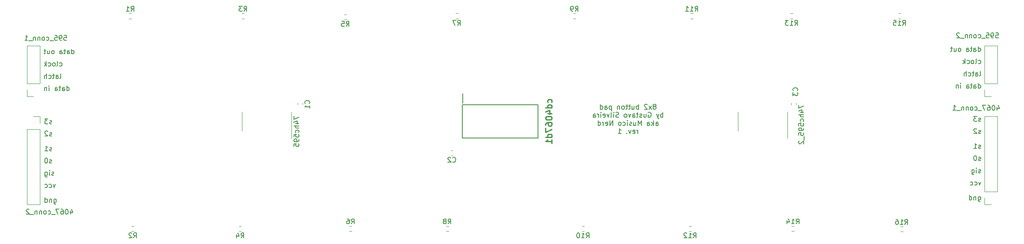
<source format=gbr>
%TF.GenerationSoftware,KiCad,Pcbnew,(5.1.7-0-10_14)*%
%TF.CreationDate,2020-10-27T13:19:28-03:00*%
%TF.ProjectId,macedo module 3,6d616365-646f-4206-9d6f-64756c652033,1*%
%TF.SameCoordinates,Original*%
%TF.FileFunction,Legend,Bot*%
%TF.FilePolarity,Positive*%
%FSLAX46Y46*%
G04 Gerber Fmt 4.6, Leading zero omitted, Abs format (unit mm)*
G04 Created by KiCad (PCBNEW (5.1.7-0-10_14)) date 2020-10-27 13:19:28*
%MOMM*%
%LPD*%
G01*
G04 APERTURE LIST*
%ADD10C,0.150000*%
%ADD11C,0.200000*%
%ADD12C,0.120000*%
%ADD13C,0.254000*%
G04 APERTURE END LIST*
D10*
X178676190Y-83805952D02*
X178771428Y-83758333D01*
X178819047Y-83710714D01*
X178866666Y-83615476D01*
X178866666Y-83567857D01*
X178819047Y-83472619D01*
X178771428Y-83425000D01*
X178676190Y-83377380D01*
X178485714Y-83377380D01*
X178390476Y-83425000D01*
X178342857Y-83472619D01*
X178295238Y-83567857D01*
X178295238Y-83615476D01*
X178342857Y-83710714D01*
X178390476Y-83758333D01*
X178485714Y-83805952D01*
X178676190Y-83805952D01*
X178771428Y-83853571D01*
X178819047Y-83901190D01*
X178866666Y-83996428D01*
X178866666Y-84186904D01*
X178819047Y-84282142D01*
X178771428Y-84329761D01*
X178676190Y-84377380D01*
X178485714Y-84377380D01*
X178390476Y-84329761D01*
X178342857Y-84282142D01*
X178295238Y-84186904D01*
X178295238Y-83996428D01*
X178342857Y-83901190D01*
X178390476Y-83853571D01*
X178485714Y-83805952D01*
X177961904Y-84377380D02*
X177438095Y-83710714D01*
X177961904Y-83710714D02*
X177438095Y-84377380D01*
X177104761Y-83472619D02*
X177057142Y-83425000D01*
X176961904Y-83377380D01*
X176723809Y-83377380D01*
X176628571Y-83425000D01*
X176580952Y-83472619D01*
X176533333Y-83567857D01*
X176533333Y-83663095D01*
X176580952Y-83805952D01*
X177152380Y-84377380D01*
X176533333Y-84377380D01*
X175342857Y-84377380D02*
X175342857Y-83377380D01*
X175342857Y-83758333D02*
X175247619Y-83710714D01*
X175057142Y-83710714D01*
X174961904Y-83758333D01*
X174914285Y-83805952D01*
X174866666Y-83901190D01*
X174866666Y-84186904D01*
X174914285Y-84282142D01*
X174961904Y-84329761D01*
X175057142Y-84377380D01*
X175247619Y-84377380D01*
X175342857Y-84329761D01*
X174009523Y-83710714D02*
X174009523Y-84377380D01*
X174438095Y-83710714D02*
X174438095Y-84234523D01*
X174390476Y-84329761D01*
X174295238Y-84377380D01*
X174152380Y-84377380D01*
X174057142Y-84329761D01*
X174009523Y-84282142D01*
X173676190Y-83710714D02*
X173295238Y-83710714D01*
X173533333Y-83377380D02*
X173533333Y-84234523D01*
X173485714Y-84329761D01*
X173390476Y-84377380D01*
X173295238Y-84377380D01*
X173104761Y-83710714D02*
X172723809Y-83710714D01*
X172961904Y-83377380D02*
X172961904Y-84234523D01*
X172914285Y-84329761D01*
X172819047Y-84377380D01*
X172723809Y-84377380D01*
X172247619Y-84377380D02*
X172342857Y-84329761D01*
X172390476Y-84282142D01*
X172438095Y-84186904D01*
X172438095Y-83901190D01*
X172390476Y-83805952D01*
X172342857Y-83758333D01*
X172247619Y-83710714D01*
X172104761Y-83710714D01*
X172009523Y-83758333D01*
X171961904Y-83805952D01*
X171914285Y-83901190D01*
X171914285Y-84186904D01*
X171961904Y-84282142D01*
X172009523Y-84329761D01*
X172104761Y-84377380D01*
X172247619Y-84377380D01*
X171485714Y-83710714D02*
X171485714Y-84377380D01*
X171485714Y-83805952D02*
X171438095Y-83758333D01*
X171342857Y-83710714D01*
X171200000Y-83710714D01*
X171104761Y-83758333D01*
X171057142Y-83853571D01*
X171057142Y-84377380D01*
X169819047Y-83710714D02*
X169819047Y-84710714D01*
X169819047Y-83758333D02*
X169723809Y-83710714D01*
X169533333Y-83710714D01*
X169438095Y-83758333D01*
X169390476Y-83805952D01*
X169342857Y-83901190D01*
X169342857Y-84186904D01*
X169390476Y-84282142D01*
X169438095Y-84329761D01*
X169533333Y-84377380D01*
X169723809Y-84377380D01*
X169819047Y-84329761D01*
X168485714Y-84377380D02*
X168485714Y-83853571D01*
X168533333Y-83758333D01*
X168628571Y-83710714D01*
X168819047Y-83710714D01*
X168914285Y-83758333D01*
X168485714Y-84329761D02*
X168580952Y-84377380D01*
X168819047Y-84377380D01*
X168914285Y-84329761D01*
X168961904Y-84234523D01*
X168961904Y-84139285D01*
X168914285Y-84044047D01*
X168819047Y-83996428D01*
X168580952Y-83996428D01*
X168485714Y-83948809D01*
X167580952Y-84377380D02*
X167580952Y-83377380D01*
X167580952Y-84329761D02*
X167676190Y-84377380D01*
X167866666Y-84377380D01*
X167961904Y-84329761D01*
X168009523Y-84282142D01*
X168057142Y-84186904D01*
X168057142Y-83901190D01*
X168009523Y-83805952D01*
X167961904Y-83758333D01*
X167866666Y-83710714D01*
X167676190Y-83710714D01*
X167580952Y-83758333D01*
X180271428Y-86027380D02*
X180271428Y-85027380D01*
X180271428Y-85408333D02*
X180176190Y-85360714D01*
X179985714Y-85360714D01*
X179890476Y-85408333D01*
X179842857Y-85455952D01*
X179795238Y-85551190D01*
X179795238Y-85836904D01*
X179842857Y-85932142D01*
X179890476Y-85979761D01*
X179985714Y-86027380D01*
X180176190Y-86027380D01*
X180271428Y-85979761D01*
X179461904Y-85360714D02*
X179223809Y-86027380D01*
X178985714Y-85360714D02*
X179223809Y-86027380D01*
X179319047Y-86265476D01*
X179366666Y-86313095D01*
X179461904Y-86360714D01*
X177319047Y-85075000D02*
X177414285Y-85027380D01*
X177557142Y-85027380D01*
X177700000Y-85075000D01*
X177795238Y-85170238D01*
X177842857Y-85265476D01*
X177890476Y-85455952D01*
X177890476Y-85598809D01*
X177842857Y-85789285D01*
X177795238Y-85884523D01*
X177700000Y-85979761D01*
X177557142Y-86027380D01*
X177461904Y-86027380D01*
X177319047Y-85979761D01*
X177271428Y-85932142D01*
X177271428Y-85598809D01*
X177461904Y-85598809D01*
X176414285Y-85360714D02*
X176414285Y-86027380D01*
X176842857Y-85360714D02*
X176842857Y-85884523D01*
X176795238Y-85979761D01*
X176700000Y-86027380D01*
X176557142Y-86027380D01*
X176461904Y-85979761D01*
X176414285Y-85932142D01*
X175985714Y-85979761D02*
X175890476Y-86027380D01*
X175700000Y-86027380D01*
X175604761Y-85979761D01*
X175557142Y-85884523D01*
X175557142Y-85836904D01*
X175604761Y-85741666D01*
X175700000Y-85694047D01*
X175842857Y-85694047D01*
X175938095Y-85646428D01*
X175985714Y-85551190D01*
X175985714Y-85503571D01*
X175938095Y-85408333D01*
X175842857Y-85360714D01*
X175700000Y-85360714D01*
X175604761Y-85408333D01*
X175271428Y-85360714D02*
X174890476Y-85360714D01*
X175128571Y-85027380D02*
X175128571Y-85884523D01*
X175080952Y-85979761D01*
X174985714Y-86027380D01*
X174890476Y-86027380D01*
X174128571Y-86027380D02*
X174128571Y-85503571D01*
X174176190Y-85408333D01*
X174271428Y-85360714D01*
X174461904Y-85360714D01*
X174557142Y-85408333D01*
X174128571Y-85979761D02*
X174223809Y-86027380D01*
X174461904Y-86027380D01*
X174557142Y-85979761D01*
X174604761Y-85884523D01*
X174604761Y-85789285D01*
X174557142Y-85694047D01*
X174461904Y-85646428D01*
X174223809Y-85646428D01*
X174128571Y-85598809D01*
X173747619Y-85360714D02*
X173509523Y-86027380D01*
X173271428Y-85360714D01*
X172747619Y-86027380D02*
X172842857Y-85979761D01*
X172890476Y-85932142D01*
X172938095Y-85836904D01*
X172938095Y-85551190D01*
X172890476Y-85455952D01*
X172842857Y-85408333D01*
X172747619Y-85360714D01*
X172604761Y-85360714D01*
X172509523Y-85408333D01*
X172461904Y-85455952D01*
X172414285Y-85551190D01*
X172414285Y-85836904D01*
X172461904Y-85932142D01*
X172509523Y-85979761D01*
X172604761Y-86027380D01*
X172747619Y-86027380D01*
X171271428Y-85979761D02*
X171128571Y-86027380D01*
X170890476Y-86027380D01*
X170795238Y-85979761D01*
X170747619Y-85932142D01*
X170700000Y-85836904D01*
X170700000Y-85741666D01*
X170747619Y-85646428D01*
X170795238Y-85598809D01*
X170890476Y-85551190D01*
X171080952Y-85503571D01*
X171176190Y-85455952D01*
X171223809Y-85408333D01*
X171271428Y-85313095D01*
X171271428Y-85217857D01*
X171223809Y-85122619D01*
X171176190Y-85075000D01*
X171080952Y-85027380D01*
X170842857Y-85027380D01*
X170700000Y-85075000D01*
X170271428Y-86027380D02*
X170271428Y-85360714D01*
X170271428Y-85027380D02*
X170319047Y-85075000D01*
X170271428Y-85122619D01*
X170223809Y-85075000D01*
X170271428Y-85027380D01*
X170271428Y-85122619D01*
X169652380Y-86027380D02*
X169747619Y-85979761D01*
X169795238Y-85884523D01*
X169795238Y-85027380D01*
X169366666Y-85360714D02*
X169128571Y-86027380D01*
X168890476Y-85360714D01*
X168128571Y-85979761D02*
X168223809Y-86027380D01*
X168414285Y-86027380D01*
X168509523Y-85979761D01*
X168557142Y-85884523D01*
X168557142Y-85503571D01*
X168509523Y-85408333D01*
X168414285Y-85360714D01*
X168223809Y-85360714D01*
X168128571Y-85408333D01*
X168080952Y-85503571D01*
X168080952Y-85598809D01*
X168557142Y-85694047D01*
X167652380Y-86027380D02*
X167652380Y-85360714D01*
X167652380Y-85027380D02*
X167700000Y-85075000D01*
X167652380Y-85122619D01*
X167604761Y-85075000D01*
X167652380Y-85027380D01*
X167652380Y-85122619D01*
X167176190Y-86027380D02*
X167176190Y-85360714D01*
X167176190Y-85551190D02*
X167128571Y-85455952D01*
X167080952Y-85408333D01*
X166985714Y-85360714D01*
X166890476Y-85360714D01*
X166128571Y-86027380D02*
X166128571Y-85503571D01*
X166176190Y-85408333D01*
X166271428Y-85360714D01*
X166461904Y-85360714D01*
X166557142Y-85408333D01*
X166128571Y-85979761D02*
X166223809Y-86027380D01*
X166461904Y-86027380D01*
X166557142Y-85979761D01*
X166604761Y-85884523D01*
X166604761Y-85789285D01*
X166557142Y-85694047D01*
X166461904Y-85646428D01*
X166223809Y-85646428D01*
X166128571Y-85598809D01*
X178866666Y-87677380D02*
X178866666Y-87153571D01*
X178914285Y-87058333D01*
X179009523Y-87010714D01*
X179200000Y-87010714D01*
X179295238Y-87058333D01*
X178866666Y-87629761D02*
X178961904Y-87677380D01*
X179200000Y-87677380D01*
X179295238Y-87629761D01*
X179342857Y-87534523D01*
X179342857Y-87439285D01*
X179295238Y-87344047D01*
X179200000Y-87296428D01*
X178961904Y-87296428D01*
X178866666Y-87248809D01*
X178390476Y-87677380D02*
X178390476Y-86677380D01*
X178295238Y-87296428D02*
X178009523Y-87677380D01*
X178009523Y-87010714D02*
X178390476Y-87391666D01*
X177152380Y-87677380D02*
X177152380Y-87153571D01*
X177200000Y-87058333D01*
X177295238Y-87010714D01*
X177485714Y-87010714D01*
X177580952Y-87058333D01*
X177152380Y-87629761D02*
X177247619Y-87677380D01*
X177485714Y-87677380D01*
X177580952Y-87629761D01*
X177628571Y-87534523D01*
X177628571Y-87439285D01*
X177580952Y-87344047D01*
X177485714Y-87296428D01*
X177247619Y-87296428D01*
X177152380Y-87248809D01*
X175914285Y-87677380D02*
X175914285Y-86677380D01*
X175580952Y-87391666D01*
X175247619Y-86677380D01*
X175247619Y-87677380D01*
X174342857Y-87010714D02*
X174342857Y-87677380D01*
X174771428Y-87010714D02*
X174771428Y-87534523D01*
X174723809Y-87629761D01*
X174628571Y-87677380D01*
X174485714Y-87677380D01*
X174390476Y-87629761D01*
X174342857Y-87582142D01*
X173914285Y-87629761D02*
X173819047Y-87677380D01*
X173628571Y-87677380D01*
X173533333Y-87629761D01*
X173485714Y-87534523D01*
X173485714Y-87486904D01*
X173533333Y-87391666D01*
X173628571Y-87344047D01*
X173771428Y-87344047D01*
X173866666Y-87296428D01*
X173914285Y-87201190D01*
X173914285Y-87153571D01*
X173866666Y-87058333D01*
X173771428Y-87010714D01*
X173628571Y-87010714D01*
X173533333Y-87058333D01*
X173057142Y-87677380D02*
X173057142Y-87010714D01*
X173057142Y-86677380D02*
X173104761Y-86725000D01*
X173057142Y-86772619D01*
X173009523Y-86725000D01*
X173057142Y-86677380D01*
X173057142Y-86772619D01*
X172152380Y-87629761D02*
X172247619Y-87677380D01*
X172438095Y-87677380D01*
X172533333Y-87629761D01*
X172580952Y-87582142D01*
X172628571Y-87486904D01*
X172628571Y-87201190D01*
X172580952Y-87105952D01*
X172533333Y-87058333D01*
X172438095Y-87010714D01*
X172247619Y-87010714D01*
X172152380Y-87058333D01*
X171580952Y-87677380D02*
X171676190Y-87629761D01*
X171723809Y-87582142D01*
X171771428Y-87486904D01*
X171771428Y-87201190D01*
X171723809Y-87105952D01*
X171676190Y-87058333D01*
X171580952Y-87010714D01*
X171438095Y-87010714D01*
X171342857Y-87058333D01*
X171295238Y-87105952D01*
X171247619Y-87201190D01*
X171247619Y-87486904D01*
X171295238Y-87582142D01*
X171342857Y-87629761D01*
X171438095Y-87677380D01*
X171580952Y-87677380D01*
X170057142Y-87677380D02*
X170057142Y-86677380D01*
X169485714Y-87677380D01*
X169485714Y-86677380D01*
X168628571Y-87629761D02*
X168723809Y-87677380D01*
X168914285Y-87677380D01*
X169009523Y-87629761D01*
X169057142Y-87534523D01*
X169057142Y-87153571D01*
X169009523Y-87058333D01*
X168914285Y-87010714D01*
X168723809Y-87010714D01*
X168628571Y-87058333D01*
X168580952Y-87153571D01*
X168580952Y-87248809D01*
X169057142Y-87344047D01*
X168152380Y-87677380D02*
X168152380Y-87010714D01*
X168152380Y-87201190D02*
X168104761Y-87105952D01*
X168057142Y-87058333D01*
X167961904Y-87010714D01*
X167866666Y-87010714D01*
X167104761Y-87677380D02*
X167104761Y-86677380D01*
X167104761Y-87629761D02*
X167200000Y-87677380D01*
X167390476Y-87677380D01*
X167485714Y-87629761D01*
X167533333Y-87582142D01*
X167580952Y-87486904D01*
X167580952Y-87201190D01*
X167533333Y-87105952D01*
X167485714Y-87058333D01*
X167390476Y-87010714D01*
X167200000Y-87010714D01*
X167104761Y-87058333D01*
X175176190Y-89327380D02*
X175176190Y-88660714D01*
X175176190Y-88851190D02*
X175128571Y-88755952D01*
X175080952Y-88708333D01*
X174985714Y-88660714D01*
X174890476Y-88660714D01*
X174176190Y-89279761D02*
X174271428Y-89327380D01*
X174461904Y-89327380D01*
X174557142Y-89279761D01*
X174604761Y-89184523D01*
X174604761Y-88803571D01*
X174557142Y-88708333D01*
X174461904Y-88660714D01*
X174271428Y-88660714D01*
X174176190Y-88708333D01*
X174128571Y-88803571D01*
X174128571Y-88898809D01*
X174604761Y-88994047D01*
X173795238Y-88660714D02*
X173557142Y-89327380D01*
X173319047Y-88660714D01*
X172938095Y-89232142D02*
X172890476Y-89279761D01*
X172938095Y-89327380D01*
X172985714Y-89279761D01*
X172938095Y-89232142D01*
X172938095Y-89327380D01*
X171176190Y-89327380D02*
X171747619Y-89327380D01*
X171461904Y-89327380D02*
X171461904Y-88327380D01*
X171557142Y-88470238D01*
X171652380Y-88565476D01*
X171747619Y-88613095D01*
X244516665Y-75054761D02*
X244611903Y-75102380D01*
X244802380Y-75102380D01*
X244897618Y-75054761D01*
X244945237Y-75007142D01*
X244992856Y-74911904D01*
X244992856Y-74626190D01*
X244945237Y-74530952D01*
X244897618Y-74483333D01*
X244802380Y-74435714D01*
X244611903Y-74435714D01*
X244516665Y-74483333D01*
X243945237Y-75102380D02*
X244040475Y-75054761D01*
X244088094Y-74959523D01*
X244088094Y-74102380D01*
X243421427Y-75102380D02*
X243516665Y-75054761D01*
X243564284Y-75007142D01*
X243611903Y-74911904D01*
X243611903Y-74626190D01*
X243564284Y-74530952D01*
X243516665Y-74483333D01*
X243421427Y-74435714D01*
X243278570Y-74435714D01*
X243183332Y-74483333D01*
X243135713Y-74530952D01*
X243088094Y-74626190D01*
X243088094Y-74911904D01*
X243135713Y-75007142D01*
X243183332Y-75054761D01*
X243278570Y-75102380D01*
X243421427Y-75102380D01*
X242230951Y-75054761D02*
X242326189Y-75102380D01*
X242516665Y-75102380D01*
X242611903Y-75054761D01*
X242659522Y-75007142D01*
X242707142Y-74911904D01*
X242707142Y-74626190D01*
X242659522Y-74530952D01*
X242611903Y-74483333D01*
X242516665Y-74435714D01*
X242326189Y-74435714D01*
X242230951Y-74483333D01*
X241802380Y-75102380D02*
X241802380Y-74102380D01*
X241707142Y-74721428D02*
X241421427Y-75102380D01*
X241421427Y-74435714D02*
X241802380Y-74816666D01*
X244516666Y-72602380D02*
X244516666Y-71602380D01*
X244516666Y-72554761D02*
X244611904Y-72602380D01*
X244802380Y-72602380D01*
X244897618Y-72554761D01*
X244945237Y-72507142D01*
X244992856Y-72411904D01*
X244992856Y-72126190D01*
X244945237Y-72030952D01*
X244897618Y-71983333D01*
X244802380Y-71935714D01*
X244611904Y-71935714D01*
X244516666Y-71983333D01*
X243611904Y-72602380D02*
X243611904Y-72078571D01*
X243659523Y-71983333D01*
X243754761Y-71935714D01*
X243945237Y-71935714D01*
X244040475Y-71983333D01*
X243611904Y-72554761D02*
X243707142Y-72602380D01*
X243945237Y-72602380D01*
X244040475Y-72554761D01*
X244088094Y-72459523D01*
X244088094Y-72364285D01*
X244040475Y-72269047D01*
X243945237Y-72221428D01*
X243707142Y-72221428D01*
X243611904Y-72173809D01*
X243278570Y-71935714D02*
X242897618Y-71935714D01*
X243135713Y-71602380D02*
X243135713Y-72459523D01*
X243088094Y-72554761D01*
X242992856Y-72602380D01*
X242897618Y-72602380D01*
X242135713Y-72602380D02*
X242135713Y-72078571D01*
X242183332Y-71983333D01*
X242278570Y-71935714D01*
X242469047Y-71935714D01*
X242564285Y-71983333D01*
X242135713Y-72554761D02*
X242230951Y-72602380D01*
X242469047Y-72602380D01*
X242564285Y-72554761D01*
X242611904Y-72459523D01*
X242611904Y-72364285D01*
X242564285Y-72269047D01*
X242469047Y-72221428D01*
X242230951Y-72221428D01*
X242135713Y-72173809D01*
X240754761Y-72602380D02*
X240849999Y-72554761D01*
X240897618Y-72507142D01*
X240945237Y-72411904D01*
X240945237Y-72126190D01*
X240897618Y-72030952D01*
X240849999Y-71983333D01*
X240754761Y-71935714D01*
X240611904Y-71935714D01*
X240516666Y-71983333D01*
X240469047Y-72030952D01*
X240421427Y-72126190D01*
X240421427Y-72411904D01*
X240469047Y-72507142D01*
X240516666Y-72554761D01*
X240611904Y-72602380D01*
X240754761Y-72602380D01*
X239564285Y-71935714D02*
X239564285Y-72602380D01*
X239992856Y-71935714D02*
X239992856Y-72459523D01*
X239945237Y-72554761D01*
X239849999Y-72602380D01*
X239707142Y-72602380D01*
X239611904Y-72554761D01*
X239564285Y-72507142D01*
X239230951Y-71935714D02*
X238849999Y-71935714D01*
X239088094Y-71602380D02*
X239088094Y-72459523D01*
X239040475Y-72554761D01*
X238945237Y-72602380D01*
X238849999Y-72602380D01*
X244992856Y-89304761D02*
X244897618Y-89352380D01*
X244707141Y-89352380D01*
X244611903Y-89304761D01*
X244564284Y-89209523D01*
X244564284Y-89161904D01*
X244611903Y-89066666D01*
X244707141Y-89019047D01*
X244849999Y-89019047D01*
X244945237Y-88971428D01*
X244992856Y-88876190D01*
X244992856Y-88828571D01*
X244945237Y-88733333D01*
X244849999Y-88685714D01*
X244707141Y-88685714D01*
X244611903Y-88733333D01*
X244183332Y-88447619D02*
X244135713Y-88400000D01*
X244040475Y-88352380D01*
X243802380Y-88352380D01*
X243707141Y-88400000D01*
X243659522Y-88447619D01*
X243611903Y-88542857D01*
X243611903Y-88638095D01*
X243659522Y-88780952D01*
X244230951Y-89352380D01*
X243611903Y-89352380D01*
X244516666Y-102185714D02*
X244516666Y-102995238D01*
X244564285Y-103090476D01*
X244611904Y-103138095D01*
X244707142Y-103185714D01*
X244849999Y-103185714D01*
X244945237Y-103138095D01*
X244516666Y-102804761D02*
X244611904Y-102852380D01*
X244802380Y-102852380D01*
X244897618Y-102804761D01*
X244945237Y-102757142D01*
X244992856Y-102661904D01*
X244992856Y-102376190D01*
X244945237Y-102280952D01*
X244897618Y-102233333D01*
X244802380Y-102185714D01*
X244611904Y-102185714D01*
X244516666Y-102233333D01*
X244040475Y-102185714D02*
X244040475Y-102852380D01*
X244040475Y-102280952D02*
X243992856Y-102233333D01*
X243897618Y-102185714D01*
X243754761Y-102185714D01*
X243659523Y-102233333D01*
X243611904Y-102328571D01*
X243611904Y-102852380D01*
X242707142Y-102852380D02*
X242707142Y-101852380D01*
X242707142Y-102804761D02*
X242802380Y-102852380D01*
X242992856Y-102852380D01*
X243088094Y-102804761D01*
X243135713Y-102757142D01*
X243183332Y-102661904D01*
X243183332Y-102376190D01*
X243135713Y-102280952D01*
X243088094Y-102233333D01*
X242992856Y-102185714D01*
X242802380Y-102185714D01*
X242707142Y-102233333D01*
X244992856Y-97304761D02*
X244897618Y-97352380D01*
X244707142Y-97352380D01*
X244611904Y-97304761D01*
X244564285Y-97209523D01*
X244564285Y-97161904D01*
X244611904Y-97066666D01*
X244707142Y-97019047D01*
X244849999Y-97019047D01*
X244945237Y-96971428D01*
X244992856Y-96876190D01*
X244992856Y-96828571D01*
X244945237Y-96733333D01*
X244849999Y-96685714D01*
X244707142Y-96685714D01*
X244611904Y-96733333D01*
X244135714Y-97352380D02*
X244135714Y-96685714D01*
X244135714Y-96352380D02*
X244183333Y-96400000D01*
X244135714Y-96447619D01*
X244088095Y-96400000D01*
X244135714Y-96352380D01*
X244135714Y-96447619D01*
X243230952Y-96685714D02*
X243230952Y-97495238D01*
X243278571Y-97590476D01*
X243326190Y-97638095D01*
X243421428Y-97685714D01*
X243564285Y-97685714D01*
X243659523Y-97638095D01*
X243230952Y-97304761D02*
X243326190Y-97352380D01*
X243516666Y-97352380D01*
X243611904Y-97304761D01*
X243659523Y-97257142D01*
X243707142Y-97161904D01*
X243707142Y-96876190D01*
X243659523Y-96780952D01*
X243611904Y-96733333D01*
X243516666Y-96685714D01*
X243326190Y-96685714D01*
X243230952Y-96733333D01*
X244992856Y-86804761D02*
X244897618Y-86852380D01*
X244707141Y-86852380D01*
X244611903Y-86804761D01*
X244564284Y-86709523D01*
X244564284Y-86661904D01*
X244611903Y-86566666D01*
X244707141Y-86519047D01*
X244849999Y-86519047D01*
X244945237Y-86471428D01*
X244992856Y-86376190D01*
X244992856Y-86328571D01*
X244945237Y-86233333D01*
X244849999Y-86185714D01*
X244707141Y-86185714D01*
X244611903Y-86233333D01*
X244230951Y-85852380D02*
X243611903Y-85852380D01*
X243945237Y-86233333D01*
X243802380Y-86233333D01*
X243707141Y-86280952D01*
X243659522Y-86328571D01*
X243611903Y-86423809D01*
X243611903Y-86661904D01*
X243659522Y-86757142D01*
X243707141Y-86804761D01*
X243802380Y-86852380D01*
X244088094Y-86852380D01*
X244183332Y-86804761D01*
X244230951Y-86757142D01*
X245040476Y-99185714D02*
X244802380Y-99852380D01*
X244564285Y-99185714D01*
X243754761Y-99804761D02*
X243849999Y-99852380D01*
X244040476Y-99852380D01*
X244135714Y-99804761D01*
X244183333Y-99757142D01*
X244230952Y-99661904D01*
X244230952Y-99376190D01*
X244183333Y-99280952D01*
X244135714Y-99233333D01*
X244040476Y-99185714D01*
X243849999Y-99185714D01*
X243754761Y-99233333D01*
X242897618Y-99804761D02*
X242992857Y-99852380D01*
X243183333Y-99852380D01*
X243278571Y-99804761D01*
X243326190Y-99757142D01*
X243373809Y-99661904D01*
X243373809Y-99376190D01*
X243326190Y-99280952D01*
X243278571Y-99233333D01*
X243183333Y-99185714D01*
X242992857Y-99185714D01*
X242897618Y-99233333D01*
X244516666Y-80102380D02*
X244516666Y-79102380D01*
X244516666Y-80054761D02*
X244611904Y-80102380D01*
X244802380Y-80102380D01*
X244897618Y-80054761D01*
X244945237Y-80007142D01*
X244992856Y-79911904D01*
X244992856Y-79626190D01*
X244945237Y-79530952D01*
X244897618Y-79483333D01*
X244802380Y-79435714D01*
X244611904Y-79435714D01*
X244516666Y-79483333D01*
X243611904Y-80102380D02*
X243611904Y-79578571D01*
X243659523Y-79483333D01*
X243754761Y-79435714D01*
X243945237Y-79435714D01*
X244040475Y-79483333D01*
X243611904Y-80054761D02*
X243707142Y-80102380D01*
X243945237Y-80102380D01*
X244040475Y-80054761D01*
X244088094Y-79959523D01*
X244088094Y-79864285D01*
X244040475Y-79769047D01*
X243945237Y-79721428D01*
X243707142Y-79721428D01*
X243611904Y-79673809D01*
X243278570Y-79435714D02*
X242897618Y-79435714D01*
X243135713Y-79102380D02*
X243135713Y-79959523D01*
X243088094Y-80054761D01*
X242992856Y-80102380D01*
X242897618Y-80102380D01*
X242135713Y-80102380D02*
X242135713Y-79578571D01*
X242183332Y-79483333D01*
X242278570Y-79435714D01*
X242469047Y-79435714D01*
X242564285Y-79483333D01*
X242135713Y-80054761D02*
X242230951Y-80102380D01*
X242469047Y-80102380D01*
X242564285Y-80054761D01*
X242611904Y-79959523D01*
X242611904Y-79864285D01*
X242564285Y-79769047D01*
X242469047Y-79721428D01*
X242230951Y-79721428D01*
X242135713Y-79673809D01*
X240897618Y-80102380D02*
X240897618Y-79435714D01*
X240897618Y-79102380D02*
X240945237Y-79150000D01*
X240897618Y-79197619D01*
X240849999Y-79150000D01*
X240897618Y-79102380D01*
X240897618Y-79197619D01*
X240421427Y-79435714D02*
X240421427Y-80102380D01*
X240421427Y-79530952D02*
X240373808Y-79483333D01*
X240278570Y-79435714D01*
X240135713Y-79435714D01*
X240040475Y-79483333D01*
X239992856Y-79578571D01*
X239992856Y-80102380D01*
X244802380Y-77602380D02*
X244897618Y-77554761D01*
X244945237Y-77459523D01*
X244945237Y-76602380D01*
X243992856Y-77602380D02*
X243992856Y-77078571D01*
X244040475Y-76983333D01*
X244135713Y-76935714D01*
X244326189Y-76935714D01*
X244421427Y-76983333D01*
X243992856Y-77554761D02*
X244088094Y-77602380D01*
X244326189Y-77602380D01*
X244421427Y-77554761D01*
X244469046Y-77459523D01*
X244469046Y-77364285D01*
X244421427Y-77269047D01*
X244326189Y-77221428D01*
X244088094Y-77221428D01*
X243992856Y-77173809D01*
X243659522Y-76935714D02*
X243278570Y-76935714D01*
X243516665Y-76602380D02*
X243516665Y-77459523D01*
X243469046Y-77554761D01*
X243373808Y-77602380D01*
X243278570Y-77602380D01*
X242516665Y-77554761D02*
X242611903Y-77602380D01*
X242802380Y-77602380D01*
X242897618Y-77554761D01*
X242945237Y-77507142D01*
X242992856Y-77411904D01*
X242992856Y-77126190D01*
X242945237Y-77030952D01*
X242897618Y-76983333D01*
X242802380Y-76935714D01*
X242611903Y-76935714D01*
X242516665Y-76983333D01*
X242088094Y-77602380D02*
X242088094Y-76602380D01*
X241659522Y-77602380D02*
X241659522Y-77078571D01*
X241707141Y-76983333D01*
X241802380Y-76935714D01*
X241945237Y-76935714D01*
X242040475Y-76983333D01*
X242088094Y-77030952D01*
X244992856Y-94804761D02*
X244897618Y-94852380D01*
X244707141Y-94852380D01*
X244611903Y-94804761D01*
X244564284Y-94709523D01*
X244564284Y-94661904D01*
X244611903Y-94566666D01*
X244707141Y-94519047D01*
X244849999Y-94519047D01*
X244945237Y-94471428D01*
X244992856Y-94376190D01*
X244992856Y-94328571D01*
X244945237Y-94233333D01*
X244849999Y-94185714D01*
X244707141Y-94185714D01*
X244611903Y-94233333D01*
X243945237Y-93852380D02*
X243849999Y-93852380D01*
X243754760Y-93900000D01*
X243707141Y-93947619D01*
X243659522Y-94042857D01*
X243611903Y-94233333D01*
X243611903Y-94471428D01*
X243659522Y-94661904D01*
X243707141Y-94757142D01*
X243754760Y-94804761D01*
X243849999Y-94852380D01*
X243945237Y-94852380D01*
X244040475Y-94804761D01*
X244088094Y-94757142D01*
X244135713Y-94661904D01*
X244183332Y-94471428D01*
X244183332Y-94233333D01*
X244135713Y-94042857D01*
X244088094Y-93947619D01*
X244040475Y-93900000D01*
X243945237Y-93852380D01*
X244992856Y-92304761D02*
X244897618Y-92352380D01*
X244707141Y-92352380D01*
X244611903Y-92304761D01*
X244564284Y-92209523D01*
X244564284Y-92161904D01*
X244611903Y-92066666D01*
X244707141Y-92019047D01*
X244849999Y-92019047D01*
X244945237Y-91971428D01*
X244992856Y-91876190D01*
X244992856Y-91828571D01*
X244945237Y-91733333D01*
X244849999Y-91685714D01*
X244707141Y-91685714D01*
X244611903Y-91733333D01*
X243611903Y-92352380D02*
X244183332Y-92352380D01*
X243897618Y-92352380D02*
X243897618Y-91352380D01*
X243992856Y-91495238D01*
X244088094Y-91590476D01*
X244183332Y-91638095D01*
X56290476Y-102685714D02*
X56290476Y-103495238D01*
X56338095Y-103590476D01*
X56385714Y-103638095D01*
X56480952Y-103685714D01*
X56623809Y-103685714D01*
X56719047Y-103638095D01*
X56290476Y-103304761D02*
X56385714Y-103352380D01*
X56576190Y-103352380D01*
X56671428Y-103304761D01*
X56719047Y-103257142D01*
X56766666Y-103161904D01*
X56766666Y-102876190D01*
X56719047Y-102780952D01*
X56671428Y-102733333D01*
X56576190Y-102685714D01*
X56385714Y-102685714D01*
X56290476Y-102733333D01*
X55814285Y-102685714D02*
X55814285Y-103352380D01*
X55814285Y-102780952D02*
X55766666Y-102733333D01*
X55671428Y-102685714D01*
X55528571Y-102685714D01*
X55433333Y-102733333D01*
X55385714Y-102828571D01*
X55385714Y-103352380D01*
X54480952Y-103352380D02*
X54480952Y-102352380D01*
X54480952Y-103304761D02*
X54576190Y-103352380D01*
X54766666Y-103352380D01*
X54861904Y-103304761D01*
X54909523Y-103257142D01*
X54957142Y-103161904D01*
X54957142Y-102876190D01*
X54909523Y-102780952D01*
X54861904Y-102733333D01*
X54766666Y-102685714D01*
X54576190Y-102685714D01*
X54480952Y-102733333D01*
X56576190Y-99685714D02*
X56338094Y-100352380D01*
X56099999Y-99685714D01*
X55290475Y-100304761D02*
X55385713Y-100352380D01*
X55576190Y-100352380D01*
X55671428Y-100304761D01*
X55719047Y-100257142D01*
X55766666Y-100161904D01*
X55766666Y-99876190D01*
X55719047Y-99780952D01*
X55671428Y-99733333D01*
X55576190Y-99685714D01*
X55385713Y-99685714D01*
X55290475Y-99733333D01*
X54433332Y-100304761D02*
X54528571Y-100352380D01*
X54719047Y-100352380D01*
X54814285Y-100304761D01*
X54861904Y-100257142D01*
X54909523Y-100161904D01*
X54909523Y-99876190D01*
X54861904Y-99780952D01*
X54814285Y-99733333D01*
X54719047Y-99685714D01*
X54528571Y-99685714D01*
X54433332Y-99733333D01*
X56242856Y-97804761D02*
X56147618Y-97852380D01*
X55957142Y-97852380D01*
X55861904Y-97804761D01*
X55814285Y-97709523D01*
X55814285Y-97661904D01*
X55861904Y-97566666D01*
X55957142Y-97519047D01*
X56099999Y-97519047D01*
X56195237Y-97471428D01*
X56242856Y-97376190D01*
X56242856Y-97328571D01*
X56195237Y-97233333D01*
X56099999Y-97185714D01*
X55957142Y-97185714D01*
X55861904Y-97233333D01*
X55385714Y-97852380D02*
X55385714Y-97185714D01*
X55385714Y-96852380D02*
X55433333Y-96900000D01*
X55385714Y-96947619D01*
X55338095Y-96900000D01*
X55385714Y-96852380D01*
X55385714Y-96947619D01*
X54480952Y-97185714D02*
X54480952Y-97995238D01*
X54528571Y-98090476D01*
X54576190Y-98138095D01*
X54671428Y-98185714D01*
X54814285Y-98185714D01*
X54909523Y-98138095D01*
X54480952Y-97804761D02*
X54576190Y-97852380D01*
X54766666Y-97852380D01*
X54861904Y-97804761D01*
X54909523Y-97757142D01*
X54957142Y-97661904D01*
X54957142Y-97376190D01*
X54909523Y-97280952D01*
X54861904Y-97233333D01*
X54766666Y-97185714D01*
X54576190Y-97185714D01*
X54480952Y-97233333D01*
X55790476Y-95304761D02*
X55695238Y-95352380D01*
X55504761Y-95352380D01*
X55409523Y-95304761D01*
X55361904Y-95209523D01*
X55361904Y-95161904D01*
X55409523Y-95066666D01*
X55504761Y-95019047D01*
X55647619Y-95019047D01*
X55742857Y-94971428D01*
X55790476Y-94876190D01*
X55790476Y-94828571D01*
X55742857Y-94733333D01*
X55647619Y-94685714D01*
X55504761Y-94685714D01*
X55409523Y-94733333D01*
X54742857Y-94352380D02*
X54647619Y-94352380D01*
X54552380Y-94400000D01*
X54504761Y-94447619D01*
X54457142Y-94542857D01*
X54409523Y-94733333D01*
X54409523Y-94971428D01*
X54457142Y-95161904D01*
X54504761Y-95257142D01*
X54552380Y-95304761D01*
X54647619Y-95352380D01*
X54742857Y-95352380D01*
X54838095Y-95304761D01*
X54885714Y-95257142D01*
X54933333Y-95161904D01*
X54980952Y-94971428D01*
X54980952Y-94733333D01*
X54933333Y-94542857D01*
X54885714Y-94447619D01*
X54838095Y-94400000D01*
X54742857Y-94352380D01*
X55814285Y-92804761D02*
X55719047Y-92852380D01*
X55528570Y-92852380D01*
X55433332Y-92804761D01*
X55385713Y-92709523D01*
X55385713Y-92661904D01*
X55433332Y-92566666D01*
X55528570Y-92519047D01*
X55671428Y-92519047D01*
X55766666Y-92471428D01*
X55814285Y-92376190D01*
X55814285Y-92328571D01*
X55766666Y-92233333D01*
X55671428Y-92185714D01*
X55528570Y-92185714D01*
X55433332Y-92233333D01*
X54433332Y-92852380D02*
X55004761Y-92852380D01*
X54719047Y-92852380D02*
X54719047Y-91852380D01*
X54814285Y-91995238D01*
X54909523Y-92090476D01*
X55004761Y-92138095D01*
X55814285Y-89804761D02*
X55719047Y-89852380D01*
X55528570Y-89852380D01*
X55433332Y-89804761D01*
X55385713Y-89709523D01*
X55385713Y-89661904D01*
X55433332Y-89566666D01*
X55528570Y-89519047D01*
X55671428Y-89519047D01*
X55766666Y-89471428D01*
X55814285Y-89376190D01*
X55814285Y-89328571D01*
X55766666Y-89233333D01*
X55671428Y-89185714D01*
X55528570Y-89185714D01*
X55433332Y-89233333D01*
X55004761Y-88947619D02*
X54957142Y-88900000D01*
X54861904Y-88852380D01*
X54623809Y-88852380D01*
X54528570Y-88900000D01*
X54480951Y-88947619D01*
X54433332Y-89042857D01*
X54433332Y-89138095D01*
X54480951Y-89280952D01*
X55052380Y-89852380D01*
X54433332Y-89852380D01*
X55814285Y-87304761D02*
X55719047Y-87352380D01*
X55528570Y-87352380D01*
X55433332Y-87304761D01*
X55385713Y-87209523D01*
X55385713Y-87161904D01*
X55433332Y-87066666D01*
X55528570Y-87019047D01*
X55671428Y-87019047D01*
X55766666Y-86971428D01*
X55814285Y-86876190D01*
X55814285Y-86828571D01*
X55766666Y-86733333D01*
X55671428Y-86685714D01*
X55528570Y-86685714D01*
X55433332Y-86733333D01*
X55052380Y-86352380D02*
X54433332Y-86352380D01*
X54766666Y-86733333D01*
X54623809Y-86733333D01*
X54528570Y-86780952D01*
X54480951Y-86828571D01*
X54433332Y-86923809D01*
X54433332Y-87161904D01*
X54480951Y-87257142D01*
X54528570Y-87304761D01*
X54623809Y-87352380D01*
X54909523Y-87352380D01*
X55004761Y-87304761D01*
X55052380Y-87257142D01*
X58897619Y-80602380D02*
X58897619Y-79602380D01*
X58897619Y-80554761D02*
X58992857Y-80602380D01*
X59183333Y-80602380D01*
X59278571Y-80554761D01*
X59326190Y-80507142D01*
X59373809Y-80411904D01*
X59373809Y-80126190D01*
X59326190Y-80030952D01*
X59278571Y-79983333D01*
X59183333Y-79935714D01*
X58992857Y-79935714D01*
X58897619Y-79983333D01*
X57992857Y-80602380D02*
X57992857Y-80078571D01*
X58040476Y-79983333D01*
X58135714Y-79935714D01*
X58326190Y-79935714D01*
X58421428Y-79983333D01*
X57992857Y-80554761D02*
X58088095Y-80602380D01*
X58326190Y-80602380D01*
X58421428Y-80554761D01*
X58469047Y-80459523D01*
X58469047Y-80364285D01*
X58421428Y-80269047D01*
X58326190Y-80221428D01*
X58088095Y-80221428D01*
X57992857Y-80173809D01*
X57659523Y-79935714D02*
X57278571Y-79935714D01*
X57516666Y-79602380D02*
X57516666Y-80459523D01*
X57469047Y-80554761D01*
X57373809Y-80602380D01*
X57278571Y-80602380D01*
X56516666Y-80602380D02*
X56516666Y-80078571D01*
X56564285Y-79983333D01*
X56659523Y-79935714D01*
X56850000Y-79935714D01*
X56945238Y-79983333D01*
X56516666Y-80554761D02*
X56611904Y-80602380D01*
X56850000Y-80602380D01*
X56945238Y-80554761D01*
X56992857Y-80459523D01*
X56992857Y-80364285D01*
X56945238Y-80269047D01*
X56850000Y-80221428D01*
X56611904Y-80221428D01*
X56516666Y-80173809D01*
X55278571Y-80602380D02*
X55278571Y-79935714D01*
X55278571Y-79602380D02*
X55326190Y-79650000D01*
X55278571Y-79697619D01*
X55230952Y-79650000D01*
X55278571Y-79602380D01*
X55278571Y-79697619D01*
X54802380Y-79935714D02*
X54802380Y-80602380D01*
X54802380Y-80030952D02*
X54754761Y-79983333D01*
X54659523Y-79935714D01*
X54516666Y-79935714D01*
X54421428Y-79983333D01*
X54373809Y-80078571D01*
X54373809Y-80602380D01*
X57516667Y-78102380D02*
X57611905Y-78054761D01*
X57659524Y-77959523D01*
X57659524Y-77102380D01*
X56707143Y-78102380D02*
X56707143Y-77578571D01*
X56754762Y-77483333D01*
X56850000Y-77435714D01*
X57040476Y-77435714D01*
X57135714Y-77483333D01*
X56707143Y-78054761D02*
X56802381Y-78102380D01*
X57040476Y-78102380D01*
X57135714Y-78054761D01*
X57183333Y-77959523D01*
X57183333Y-77864285D01*
X57135714Y-77769047D01*
X57040476Y-77721428D01*
X56802381Y-77721428D01*
X56707143Y-77673809D01*
X56373809Y-77435714D02*
X55992857Y-77435714D01*
X56230952Y-77102380D02*
X56230952Y-77959523D01*
X56183333Y-78054761D01*
X56088095Y-78102380D01*
X55992857Y-78102380D01*
X55230952Y-78054761D02*
X55326190Y-78102380D01*
X55516667Y-78102380D01*
X55611905Y-78054761D01*
X55659524Y-78007142D01*
X55707143Y-77911904D01*
X55707143Y-77626190D01*
X55659524Y-77530952D01*
X55611905Y-77483333D01*
X55516667Y-77435714D01*
X55326190Y-77435714D01*
X55230952Y-77483333D01*
X54802381Y-78102380D02*
X54802381Y-77102380D01*
X54373809Y-78102380D02*
X54373809Y-77578571D01*
X54421428Y-77483333D01*
X54516667Y-77435714D01*
X54659524Y-77435714D01*
X54754762Y-77483333D01*
X54802381Y-77530952D01*
X57421428Y-75554761D02*
X57516666Y-75602380D01*
X57707143Y-75602380D01*
X57802381Y-75554761D01*
X57850000Y-75507142D01*
X57897619Y-75411904D01*
X57897619Y-75126190D01*
X57850000Y-75030952D01*
X57802381Y-74983333D01*
X57707143Y-74935714D01*
X57516666Y-74935714D01*
X57421428Y-74983333D01*
X56850000Y-75602380D02*
X56945238Y-75554761D01*
X56992857Y-75459523D01*
X56992857Y-74602380D01*
X56326190Y-75602380D02*
X56421428Y-75554761D01*
X56469047Y-75507142D01*
X56516666Y-75411904D01*
X56516666Y-75126190D01*
X56469047Y-75030952D01*
X56421428Y-74983333D01*
X56326190Y-74935714D01*
X56183333Y-74935714D01*
X56088095Y-74983333D01*
X56040476Y-75030952D01*
X55992857Y-75126190D01*
X55992857Y-75411904D01*
X56040476Y-75507142D01*
X56088095Y-75554761D01*
X56183333Y-75602380D01*
X56326190Y-75602380D01*
X55135714Y-75554761D02*
X55230952Y-75602380D01*
X55421428Y-75602380D01*
X55516666Y-75554761D01*
X55564285Y-75507142D01*
X55611905Y-75411904D01*
X55611905Y-75126190D01*
X55564285Y-75030952D01*
X55516666Y-74983333D01*
X55421428Y-74935714D01*
X55230952Y-74935714D01*
X55135714Y-74983333D01*
X54707143Y-75602380D02*
X54707143Y-74602380D01*
X54611905Y-75221428D02*
X54326190Y-75602380D01*
X54326190Y-74935714D02*
X54707143Y-75316666D01*
X59897619Y-73102380D02*
X59897619Y-72102380D01*
X59897619Y-73054761D02*
X59992857Y-73102380D01*
X60183333Y-73102380D01*
X60278571Y-73054761D01*
X60326190Y-73007142D01*
X60373809Y-72911904D01*
X60373809Y-72626190D01*
X60326190Y-72530952D01*
X60278571Y-72483333D01*
X60183333Y-72435714D01*
X59992857Y-72435714D01*
X59897619Y-72483333D01*
X58992857Y-73102380D02*
X58992857Y-72578571D01*
X59040476Y-72483333D01*
X59135714Y-72435714D01*
X59326190Y-72435714D01*
X59421428Y-72483333D01*
X58992857Y-73054761D02*
X59088095Y-73102380D01*
X59326190Y-73102380D01*
X59421428Y-73054761D01*
X59469047Y-72959523D01*
X59469047Y-72864285D01*
X59421428Y-72769047D01*
X59326190Y-72721428D01*
X59088095Y-72721428D01*
X58992857Y-72673809D01*
X58659523Y-72435714D02*
X58278571Y-72435714D01*
X58516666Y-72102380D02*
X58516666Y-72959523D01*
X58469047Y-73054761D01*
X58373809Y-73102380D01*
X58278571Y-73102380D01*
X57516666Y-73102380D02*
X57516666Y-72578571D01*
X57564285Y-72483333D01*
X57659523Y-72435714D01*
X57850000Y-72435714D01*
X57945238Y-72483333D01*
X57516666Y-73054761D02*
X57611904Y-73102380D01*
X57850000Y-73102380D01*
X57945238Y-73054761D01*
X57992857Y-72959523D01*
X57992857Y-72864285D01*
X57945238Y-72769047D01*
X57850000Y-72721428D01*
X57611904Y-72721428D01*
X57516666Y-72673809D01*
X56135714Y-73102380D02*
X56230952Y-73054761D01*
X56278571Y-73007142D01*
X56326190Y-72911904D01*
X56326190Y-72626190D01*
X56278571Y-72530952D01*
X56230952Y-72483333D01*
X56135714Y-72435714D01*
X55992857Y-72435714D01*
X55897619Y-72483333D01*
X55850000Y-72530952D01*
X55802380Y-72626190D01*
X55802380Y-72911904D01*
X55850000Y-73007142D01*
X55897619Y-73054761D01*
X55992857Y-73102380D01*
X56135714Y-73102380D01*
X54945238Y-72435714D02*
X54945238Y-73102380D01*
X55373809Y-72435714D02*
X55373809Y-72959523D01*
X55326190Y-73054761D01*
X55230952Y-73102380D01*
X55088095Y-73102380D01*
X54992857Y-73054761D01*
X54945238Y-73007142D01*
X54611904Y-72435714D02*
X54230952Y-72435714D01*
X54469047Y-72102380D02*
X54469047Y-72959523D01*
X54421428Y-73054761D01*
X54326190Y-73102380D01*
X54230952Y-73102380D01*
D11*
%TO.C,cd4067d1*%
X139450000Y-83450000D02*
X139450000Y-90250000D01*
X139450000Y-90250000D02*
X154850000Y-90250000D01*
X154850000Y-90250000D02*
X154850000Y-83450000D01*
X154850000Y-83450000D02*
X139450000Y-83450000D01*
X139490000Y-81150000D02*
X139490000Y-83100000D01*
D12*
%TO.C,4067_conn_1*%
X245770000Y-85870000D02*
X248430000Y-85870000D01*
X245770000Y-101170000D02*
X245770000Y-85870000D01*
X248430000Y-101170000D02*
X248430000Y-85870000D01*
X245770000Y-101170000D02*
X248430000Y-101170000D01*
X245770000Y-102440000D02*
X245770000Y-103770000D01*
X245770000Y-103770000D02*
X247100000Y-103770000D01*
%TO.C,4067_conn_2*%
X53430000Y-85860000D02*
X52100000Y-85860000D01*
X53430000Y-87190000D02*
X53430000Y-85860000D01*
X53430000Y-88460000D02*
X50770000Y-88460000D01*
X50770000Y-88460000D02*
X50770000Y-103760000D01*
X53430000Y-88460000D02*
X53430000Y-103760000D01*
X53430000Y-103760000D02*
X50770000Y-103760000D01*
%TO.C,595_conn_1*%
X50770000Y-81770000D02*
X52100000Y-81770000D01*
X50770000Y-80440000D02*
X50770000Y-81770000D01*
X50770000Y-79170000D02*
X53430000Y-79170000D01*
X53430000Y-79170000D02*
X53430000Y-71490000D01*
X50770000Y-79170000D02*
X50770000Y-71490000D01*
X50770000Y-71490000D02*
X53430000Y-71490000D01*
%TO.C,74hc595*%
X94540000Y-86900000D02*
X94540000Y-84950000D01*
X94540000Y-86900000D02*
X94540000Y-88850000D01*
X104660000Y-86900000D02*
X104660000Y-84950000D01*
X104660000Y-86900000D02*
X104660000Y-90350000D01*
%TO.C,74hc595_2*%
X205660000Y-86900000D02*
X205660000Y-90350000D01*
X205660000Y-86900000D02*
X205660000Y-84950000D01*
X195540000Y-86900000D02*
X195540000Y-88850000D01*
X195540000Y-86900000D02*
X195540000Y-84950000D01*
%TO.C,595_conn_2*%
X245770000Y-81770000D02*
X247100000Y-81770000D01*
X245770000Y-80440000D02*
X245770000Y-81770000D01*
X245770000Y-79170000D02*
X248430000Y-79170000D01*
X248430000Y-79170000D02*
X248430000Y-71490000D01*
X245770000Y-79170000D02*
X245770000Y-71490000D01*
X245770000Y-71490000D02*
X248430000Y-71490000D01*
%TO.C,C1*%
X105890000Y-83134420D02*
X105890000Y-83415580D01*
X106910000Y-83134420D02*
X106910000Y-83415580D01*
%TO.C,C2*%
X137159420Y-92790000D02*
X137440580Y-92790000D01*
X137159420Y-93810000D02*
X137440580Y-93810000D01*
%TO.C,C3*%
X207410000Y-83159420D02*
X207410000Y-83440580D01*
X206390000Y-83159420D02*
X206390000Y-83440580D01*
%TO.C,R1*%
X72037258Y-65922500D02*
X71562742Y-65922500D01*
X72037258Y-64877500D02*
X71562742Y-64877500D01*
%TO.C,R2*%
X72087742Y-109222500D02*
X72562258Y-109222500D01*
X72087742Y-108177500D02*
X72562258Y-108177500D01*
%TO.C,R3*%
X95037258Y-64877500D02*
X94562742Y-64877500D01*
X95037258Y-65922500D02*
X94562742Y-65922500D01*
%TO.C,R4*%
X93962742Y-108177500D02*
X94437258Y-108177500D01*
X93962742Y-109222500D02*
X94437258Y-109222500D01*
%TO.C,R5*%
X115387742Y-65077500D02*
X115862258Y-65077500D01*
X115387742Y-66122500D02*
X115862258Y-66122500D01*
%TO.C,R6*%
X116912258Y-108177500D02*
X116437742Y-108177500D01*
X116912258Y-109222500D02*
X116437742Y-109222500D01*
%TO.C,R7*%
X138087742Y-65922500D02*
X138562258Y-65922500D01*
X138087742Y-64877500D02*
X138562258Y-64877500D01*
%TO.C,R8*%
X136612258Y-109222500D02*
X136137742Y-109222500D01*
X136612258Y-108177500D02*
X136137742Y-108177500D01*
%TO.C,R9*%
X162512258Y-65922500D02*
X162037742Y-65922500D01*
X162512258Y-64877500D02*
X162037742Y-64877500D01*
%TO.C,R10*%
X163787742Y-109222500D02*
X164262258Y-109222500D01*
X163787742Y-108177500D02*
X164262258Y-108177500D01*
%TO.C,R11*%
X186412258Y-64877500D02*
X185937742Y-64877500D01*
X186412258Y-65922500D02*
X185937742Y-65922500D01*
%TO.C,R12*%
X185587742Y-108177500D02*
X186062258Y-108177500D01*
X185587742Y-109222500D02*
X186062258Y-109222500D01*
%TO.C,R13*%
X206262742Y-64877500D02*
X206737258Y-64877500D01*
X206262742Y-65922500D02*
X206737258Y-65922500D01*
%TO.C,R14*%
X207012258Y-108177500D02*
X206537742Y-108177500D01*
X207012258Y-109222500D02*
X206537742Y-109222500D01*
%TO.C,R15*%
X228237742Y-65922500D02*
X228712258Y-65922500D01*
X228237742Y-64877500D02*
X228712258Y-64877500D01*
%TO.C,R16*%
X229162258Y-109322500D02*
X228687742Y-109322500D01*
X229162258Y-108277500D02*
X228687742Y-108277500D01*
%TO.C,cd4067d1*%
D13*
X157614047Y-82979523D02*
X157674523Y-82858571D01*
X157674523Y-82616666D01*
X157614047Y-82495714D01*
X157553571Y-82435238D01*
X157432619Y-82374761D01*
X157069761Y-82374761D01*
X156948809Y-82435238D01*
X156888333Y-82495714D01*
X156827857Y-82616666D01*
X156827857Y-82858571D01*
X156888333Y-82979523D01*
X157674523Y-84068095D02*
X156404523Y-84068095D01*
X157614047Y-84068095D02*
X157674523Y-83947142D01*
X157674523Y-83705238D01*
X157614047Y-83584285D01*
X157553571Y-83523809D01*
X157432619Y-83463333D01*
X157069761Y-83463333D01*
X156948809Y-83523809D01*
X156888333Y-83584285D01*
X156827857Y-83705238D01*
X156827857Y-83947142D01*
X156888333Y-84068095D01*
X156827857Y-85217142D02*
X157674523Y-85217142D01*
X156344047Y-84914761D02*
X157251190Y-84612380D01*
X157251190Y-85398571D01*
X156404523Y-86124285D02*
X156404523Y-86245238D01*
X156465000Y-86366190D01*
X156525476Y-86426666D01*
X156646428Y-86487142D01*
X156888333Y-86547619D01*
X157190714Y-86547619D01*
X157432619Y-86487142D01*
X157553571Y-86426666D01*
X157614047Y-86366190D01*
X157674523Y-86245238D01*
X157674523Y-86124285D01*
X157614047Y-86003333D01*
X157553571Y-85942857D01*
X157432619Y-85882380D01*
X157190714Y-85821904D01*
X156888333Y-85821904D01*
X156646428Y-85882380D01*
X156525476Y-85942857D01*
X156465000Y-86003333D01*
X156404523Y-86124285D01*
X156404523Y-87636190D02*
X156404523Y-87394285D01*
X156465000Y-87273333D01*
X156525476Y-87212857D01*
X156706904Y-87091904D01*
X156948809Y-87031428D01*
X157432619Y-87031428D01*
X157553571Y-87091904D01*
X157614047Y-87152380D01*
X157674523Y-87273333D01*
X157674523Y-87515238D01*
X157614047Y-87636190D01*
X157553571Y-87696666D01*
X157432619Y-87757142D01*
X157130238Y-87757142D01*
X157009285Y-87696666D01*
X156948809Y-87636190D01*
X156888333Y-87515238D01*
X156888333Y-87273333D01*
X156948809Y-87152380D01*
X157009285Y-87091904D01*
X157130238Y-87031428D01*
X156404523Y-88180476D02*
X156404523Y-89027142D01*
X157674523Y-88482857D01*
X157674523Y-90055238D02*
X156404523Y-90055238D01*
X157614047Y-90055238D02*
X157674523Y-89934285D01*
X157674523Y-89692380D01*
X157614047Y-89571428D01*
X157553571Y-89510952D01*
X157432619Y-89450476D01*
X157069761Y-89450476D01*
X156948809Y-89510952D01*
X156888333Y-89571428D01*
X156827857Y-89692380D01*
X156827857Y-89934285D01*
X156888333Y-90055238D01*
X157674523Y-91325238D02*
X157674523Y-90599523D01*
X157674523Y-90962380D02*
X156404523Y-90962380D01*
X156585952Y-90841428D01*
X156706904Y-90720476D01*
X156767380Y-90599523D01*
%TO.C,4067_conn_1*%
D10*
X248361904Y-83935714D02*
X248361904Y-84602380D01*
X248600000Y-83554761D02*
X248838095Y-84269047D01*
X248219047Y-84269047D01*
X247647619Y-83602380D02*
X247552380Y-83602380D01*
X247457142Y-83650000D01*
X247409523Y-83697619D01*
X247361904Y-83792857D01*
X247314285Y-83983333D01*
X247314285Y-84221428D01*
X247361904Y-84411904D01*
X247409523Y-84507142D01*
X247457142Y-84554761D01*
X247552380Y-84602380D01*
X247647619Y-84602380D01*
X247742857Y-84554761D01*
X247790476Y-84507142D01*
X247838095Y-84411904D01*
X247885714Y-84221428D01*
X247885714Y-83983333D01*
X247838095Y-83792857D01*
X247790476Y-83697619D01*
X247742857Y-83650000D01*
X247647619Y-83602380D01*
X246457142Y-83602380D02*
X246647619Y-83602380D01*
X246742857Y-83650000D01*
X246790476Y-83697619D01*
X246885714Y-83840476D01*
X246933333Y-84030952D01*
X246933333Y-84411904D01*
X246885714Y-84507142D01*
X246838095Y-84554761D01*
X246742857Y-84602380D01*
X246552380Y-84602380D01*
X246457142Y-84554761D01*
X246409523Y-84507142D01*
X246361904Y-84411904D01*
X246361904Y-84173809D01*
X246409523Y-84078571D01*
X246457142Y-84030952D01*
X246552380Y-83983333D01*
X246742857Y-83983333D01*
X246838095Y-84030952D01*
X246885714Y-84078571D01*
X246933333Y-84173809D01*
X246028571Y-83602380D02*
X245361904Y-83602380D01*
X245790476Y-84602380D01*
X245219047Y-84697619D02*
X244457142Y-84697619D01*
X243790476Y-84554761D02*
X243885714Y-84602380D01*
X244076190Y-84602380D01*
X244171428Y-84554761D01*
X244219047Y-84507142D01*
X244266666Y-84411904D01*
X244266666Y-84126190D01*
X244219047Y-84030952D01*
X244171428Y-83983333D01*
X244076190Y-83935714D01*
X243885714Y-83935714D01*
X243790476Y-83983333D01*
X243219047Y-84602380D02*
X243314285Y-84554761D01*
X243361904Y-84507142D01*
X243409523Y-84411904D01*
X243409523Y-84126190D01*
X243361904Y-84030952D01*
X243314285Y-83983333D01*
X243219047Y-83935714D01*
X243076190Y-83935714D01*
X242980952Y-83983333D01*
X242933333Y-84030952D01*
X242885714Y-84126190D01*
X242885714Y-84411904D01*
X242933333Y-84507142D01*
X242980952Y-84554761D01*
X243076190Y-84602380D01*
X243219047Y-84602380D01*
X242457142Y-83935714D02*
X242457142Y-84602380D01*
X242457142Y-84030952D02*
X242409523Y-83983333D01*
X242314285Y-83935714D01*
X242171428Y-83935714D01*
X242076190Y-83983333D01*
X242028571Y-84078571D01*
X242028571Y-84602380D01*
X241552380Y-83935714D02*
X241552380Y-84602380D01*
X241552380Y-84030952D02*
X241504761Y-83983333D01*
X241409523Y-83935714D01*
X241266666Y-83935714D01*
X241171428Y-83983333D01*
X241123809Y-84078571D01*
X241123809Y-84602380D01*
X240885714Y-84697619D02*
X240123809Y-84697619D01*
X239361904Y-84602380D02*
X239933333Y-84602380D01*
X239647619Y-84602380D02*
X239647619Y-83602380D01*
X239742857Y-83745238D01*
X239838095Y-83840476D01*
X239933333Y-83888095D01*
%TO.C,4067_conn_2*%
X59661904Y-105085714D02*
X59661904Y-105752380D01*
X59900000Y-104704761D02*
X60138095Y-105419047D01*
X59519047Y-105419047D01*
X58947619Y-104752380D02*
X58852380Y-104752380D01*
X58757142Y-104800000D01*
X58709523Y-104847619D01*
X58661904Y-104942857D01*
X58614285Y-105133333D01*
X58614285Y-105371428D01*
X58661904Y-105561904D01*
X58709523Y-105657142D01*
X58757142Y-105704761D01*
X58852380Y-105752380D01*
X58947619Y-105752380D01*
X59042857Y-105704761D01*
X59090476Y-105657142D01*
X59138095Y-105561904D01*
X59185714Y-105371428D01*
X59185714Y-105133333D01*
X59138095Y-104942857D01*
X59090476Y-104847619D01*
X59042857Y-104800000D01*
X58947619Y-104752380D01*
X57757142Y-104752380D02*
X57947619Y-104752380D01*
X58042857Y-104800000D01*
X58090476Y-104847619D01*
X58185714Y-104990476D01*
X58233333Y-105180952D01*
X58233333Y-105561904D01*
X58185714Y-105657142D01*
X58138095Y-105704761D01*
X58042857Y-105752380D01*
X57852380Y-105752380D01*
X57757142Y-105704761D01*
X57709523Y-105657142D01*
X57661904Y-105561904D01*
X57661904Y-105323809D01*
X57709523Y-105228571D01*
X57757142Y-105180952D01*
X57852380Y-105133333D01*
X58042857Y-105133333D01*
X58138095Y-105180952D01*
X58185714Y-105228571D01*
X58233333Y-105323809D01*
X57328571Y-104752380D02*
X56661904Y-104752380D01*
X57090476Y-105752380D01*
X56519047Y-105847619D02*
X55757142Y-105847619D01*
X55090476Y-105704761D02*
X55185714Y-105752380D01*
X55376190Y-105752380D01*
X55471428Y-105704761D01*
X55519047Y-105657142D01*
X55566666Y-105561904D01*
X55566666Y-105276190D01*
X55519047Y-105180952D01*
X55471428Y-105133333D01*
X55376190Y-105085714D01*
X55185714Y-105085714D01*
X55090476Y-105133333D01*
X54519047Y-105752380D02*
X54614285Y-105704761D01*
X54661904Y-105657142D01*
X54709523Y-105561904D01*
X54709523Y-105276190D01*
X54661904Y-105180952D01*
X54614285Y-105133333D01*
X54519047Y-105085714D01*
X54376190Y-105085714D01*
X54280952Y-105133333D01*
X54233333Y-105180952D01*
X54185714Y-105276190D01*
X54185714Y-105561904D01*
X54233333Y-105657142D01*
X54280952Y-105704761D01*
X54376190Y-105752380D01*
X54519047Y-105752380D01*
X53757142Y-105085714D02*
X53757142Y-105752380D01*
X53757142Y-105180952D02*
X53709523Y-105133333D01*
X53614285Y-105085714D01*
X53471428Y-105085714D01*
X53376190Y-105133333D01*
X53328571Y-105228571D01*
X53328571Y-105752380D01*
X52852380Y-105085714D02*
X52852380Y-105752380D01*
X52852380Y-105180952D02*
X52804761Y-105133333D01*
X52709523Y-105085714D01*
X52566666Y-105085714D01*
X52471428Y-105133333D01*
X52423809Y-105228571D01*
X52423809Y-105752380D01*
X52185714Y-105847619D02*
X51423809Y-105847619D01*
X51233333Y-104847619D02*
X51185714Y-104800000D01*
X51090476Y-104752380D01*
X50852380Y-104752380D01*
X50757142Y-104800000D01*
X50709523Y-104847619D01*
X50661904Y-104942857D01*
X50661904Y-105038095D01*
X50709523Y-105180952D01*
X51280952Y-105752380D01*
X50661904Y-105752380D01*
%TO.C,595_conn_1*%
X58338095Y-69352380D02*
X58814285Y-69352380D01*
X58861904Y-69828571D01*
X58814285Y-69780952D01*
X58719047Y-69733333D01*
X58480952Y-69733333D01*
X58385714Y-69780952D01*
X58338095Y-69828571D01*
X58290476Y-69923809D01*
X58290476Y-70161904D01*
X58338095Y-70257142D01*
X58385714Y-70304761D01*
X58480952Y-70352380D01*
X58719047Y-70352380D01*
X58814285Y-70304761D01*
X58861904Y-70257142D01*
X57814285Y-70352380D02*
X57623809Y-70352380D01*
X57528571Y-70304761D01*
X57480952Y-70257142D01*
X57385714Y-70114285D01*
X57338095Y-69923809D01*
X57338095Y-69542857D01*
X57385714Y-69447619D01*
X57433333Y-69400000D01*
X57528571Y-69352380D01*
X57719047Y-69352380D01*
X57814285Y-69400000D01*
X57861904Y-69447619D01*
X57909523Y-69542857D01*
X57909523Y-69780952D01*
X57861904Y-69876190D01*
X57814285Y-69923809D01*
X57719047Y-69971428D01*
X57528571Y-69971428D01*
X57433333Y-69923809D01*
X57385714Y-69876190D01*
X57338095Y-69780952D01*
X56433333Y-69352380D02*
X56909523Y-69352380D01*
X56957142Y-69828571D01*
X56909523Y-69780952D01*
X56814285Y-69733333D01*
X56576190Y-69733333D01*
X56480952Y-69780952D01*
X56433333Y-69828571D01*
X56385714Y-69923809D01*
X56385714Y-70161904D01*
X56433333Y-70257142D01*
X56480952Y-70304761D01*
X56576190Y-70352380D01*
X56814285Y-70352380D01*
X56909523Y-70304761D01*
X56957142Y-70257142D01*
X56195238Y-70447619D02*
X55433333Y-70447619D01*
X54766666Y-70304761D02*
X54861904Y-70352380D01*
X55052380Y-70352380D01*
X55147619Y-70304761D01*
X55195238Y-70257142D01*
X55242857Y-70161904D01*
X55242857Y-69876190D01*
X55195238Y-69780952D01*
X55147619Y-69733333D01*
X55052380Y-69685714D01*
X54861904Y-69685714D01*
X54766666Y-69733333D01*
X54195238Y-70352380D02*
X54290476Y-70304761D01*
X54338095Y-70257142D01*
X54385714Y-70161904D01*
X54385714Y-69876190D01*
X54338095Y-69780952D01*
X54290476Y-69733333D01*
X54195238Y-69685714D01*
X54052380Y-69685714D01*
X53957142Y-69733333D01*
X53909523Y-69780952D01*
X53861904Y-69876190D01*
X53861904Y-70161904D01*
X53909523Y-70257142D01*
X53957142Y-70304761D01*
X54052380Y-70352380D01*
X54195238Y-70352380D01*
X53433333Y-69685714D02*
X53433333Y-70352380D01*
X53433333Y-69780952D02*
X53385714Y-69733333D01*
X53290476Y-69685714D01*
X53147619Y-69685714D01*
X53052380Y-69733333D01*
X53004761Y-69828571D01*
X53004761Y-70352380D01*
X52528571Y-69685714D02*
X52528571Y-70352380D01*
X52528571Y-69780952D02*
X52480952Y-69733333D01*
X52385714Y-69685714D01*
X52242857Y-69685714D01*
X52147619Y-69733333D01*
X52099999Y-69828571D01*
X52099999Y-70352380D01*
X51861904Y-70447619D02*
X51099999Y-70447619D01*
X50338095Y-70352380D02*
X50909523Y-70352380D01*
X50623809Y-70352380D02*
X50623809Y-69352380D01*
X50719047Y-69495238D01*
X50814285Y-69590476D01*
X50909523Y-69638095D01*
%TO.C,74hc595*%
X105152380Y-85780952D02*
X105152380Y-86447619D01*
X106152380Y-86019047D01*
X105485714Y-87257142D02*
X106152380Y-87257142D01*
X105104761Y-87019047D02*
X105819047Y-86780952D01*
X105819047Y-87400000D01*
X106152380Y-87780952D02*
X105152380Y-87780952D01*
X106152380Y-88209523D02*
X105628571Y-88209523D01*
X105533333Y-88161904D01*
X105485714Y-88066666D01*
X105485714Y-87923809D01*
X105533333Y-87828571D01*
X105580952Y-87780952D01*
X106104761Y-89114285D02*
X106152380Y-89019047D01*
X106152380Y-88828571D01*
X106104761Y-88733333D01*
X106057142Y-88685714D01*
X105961904Y-88638095D01*
X105676190Y-88638095D01*
X105580952Y-88685714D01*
X105533333Y-88733333D01*
X105485714Y-88828571D01*
X105485714Y-89019047D01*
X105533333Y-89114285D01*
X105152380Y-90019047D02*
X105152380Y-89542857D01*
X105628571Y-89495238D01*
X105580952Y-89542857D01*
X105533333Y-89638095D01*
X105533333Y-89876190D01*
X105580952Y-89971428D01*
X105628571Y-90019047D01*
X105723809Y-90066666D01*
X105961904Y-90066666D01*
X106057142Y-90019047D01*
X106104761Y-89971428D01*
X106152380Y-89876190D01*
X106152380Y-89638095D01*
X106104761Y-89542857D01*
X106057142Y-89495238D01*
X106152380Y-90542857D02*
X106152380Y-90733333D01*
X106104761Y-90828571D01*
X106057142Y-90876190D01*
X105914285Y-90971428D01*
X105723809Y-91019047D01*
X105342857Y-91019047D01*
X105247619Y-90971428D01*
X105200000Y-90923809D01*
X105152380Y-90828571D01*
X105152380Y-90638095D01*
X105200000Y-90542857D01*
X105247619Y-90495238D01*
X105342857Y-90447619D01*
X105580952Y-90447619D01*
X105676190Y-90495238D01*
X105723809Y-90542857D01*
X105771428Y-90638095D01*
X105771428Y-90828571D01*
X105723809Y-90923809D01*
X105676190Y-90971428D01*
X105580952Y-91019047D01*
X105152380Y-91923809D02*
X105152380Y-91447619D01*
X105628571Y-91400000D01*
X105580952Y-91447619D01*
X105533333Y-91542857D01*
X105533333Y-91780952D01*
X105580952Y-91876190D01*
X105628571Y-91923809D01*
X105723809Y-91971428D01*
X105961904Y-91971428D01*
X106057142Y-91923809D01*
X106104761Y-91876190D01*
X106152380Y-91780952D01*
X106152380Y-91542857D01*
X106104761Y-91447619D01*
X106057142Y-91400000D01*
%TO.C,74hc595_2*%
X207952380Y-83523809D02*
X207952380Y-84190476D01*
X208952380Y-83761904D01*
X208285714Y-85000000D02*
X208952380Y-85000000D01*
X207904761Y-84761904D02*
X208619047Y-84523809D01*
X208619047Y-85142857D01*
X208952380Y-85523809D02*
X207952380Y-85523809D01*
X208952380Y-85952380D02*
X208428571Y-85952380D01*
X208333333Y-85904761D01*
X208285714Y-85809523D01*
X208285714Y-85666666D01*
X208333333Y-85571428D01*
X208380952Y-85523809D01*
X208904761Y-86857142D02*
X208952380Y-86761904D01*
X208952380Y-86571428D01*
X208904761Y-86476190D01*
X208857142Y-86428571D01*
X208761904Y-86380952D01*
X208476190Y-86380952D01*
X208380952Y-86428571D01*
X208333333Y-86476190D01*
X208285714Y-86571428D01*
X208285714Y-86761904D01*
X208333333Y-86857142D01*
X207952380Y-87761904D02*
X207952380Y-87285714D01*
X208428571Y-87238095D01*
X208380952Y-87285714D01*
X208333333Y-87380952D01*
X208333333Y-87619047D01*
X208380952Y-87714285D01*
X208428571Y-87761904D01*
X208523809Y-87809523D01*
X208761904Y-87809523D01*
X208857142Y-87761904D01*
X208904761Y-87714285D01*
X208952380Y-87619047D01*
X208952380Y-87380952D01*
X208904761Y-87285714D01*
X208857142Y-87238095D01*
X208952380Y-88285714D02*
X208952380Y-88476190D01*
X208904761Y-88571428D01*
X208857142Y-88619047D01*
X208714285Y-88714285D01*
X208523809Y-88761904D01*
X208142857Y-88761904D01*
X208047619Y-88714285D01*
X208000000Y-88666666D01*
X207952380Y-88571428D01*
X207952380Y-88380952D01*
X208000000Y-88285714D01*
X208047619Y-88238095D01*
X208142857Y-88190476D01*
X208380952Y-88190476D01*
X208476190Y-88238095D01*
X208523809Y-88285714D01*
X208571428Y-88380952D01*
X208571428Y-88571428D01*
X208523809Y-88666666D01*
X208476190Y-88714285D01*
X208380952Y-88761904D01*
X207952380Y-89666666D02*
X207952380Y-89190476D01*
X208428571Y-89142857D01*
X208380952Y-89190476D01*
X208333333Y-89285714D01*
X208333333Y-89523809D01*
X208380952Y-89619047D01*
X208428571Y-89666666D01*
X208523809Y-89714285D01*
X208761904Y-89714285D01*
X208857142Y-89666666D01*
X208904761Y-89619047D01*
X208952380Y-89523809D01*
X208952380Y-89285714D01*
X208904761Y-89190476D01*
X208857142Y-89142857D01*
X209047619Y-89904761D02*
X209047619Y-90666666D01*
X208047619Y-90857142D02*
X208000000Y-90904761D01*
X207952380Y-91000000D01*
X207952380Y-91238095D01*
X208000000Y-91333333D01*
X208047619Y-91380952D01*
X208142857Y-91428571D01*
X208238095Y-91428571D01*
X208380952Y-91380952D01*
X208952380Y-90809523D01*
X208952380Y-91428571D01*
%TO.C,595_conn_2*%
X248088095Y-68852380D02*
X248564285Y-68852380D01*
X248611904Y-69328571D01*
X248564285Y-69280952D01*
X248469047Y-69233333D01*
X248230952Y-69233333D01*
X248135714Y-69280952D01*
X248088095Y-69328571D01*
X248040476Y-69423809D01*
X248040476Y-69661904D01*
X248088095Y-69757142D01*
X248135714Y-69804761D01*
X248230952Y-69852380D01*
X248469047Y-69852380D01*
X248564285Y-69804761D01*
X248611904Y-69757142D01*
X247564285Y-69852380D02*
X247373809Y-69852380D01*
X247278571Y-69804761D01*
X247230952Y-69757142D01*
X247135714Y-69614285D01*
X247088095Y-69423809D01*
X247088095Y-69042857D01*
X247135714Y-68947619D01*
X247183333Y-68900000D01*
X247278571Y-68852380D01*
X247469047Y-68852380D01*
X247564285Y-68900000D01*
X247611904Y-68947619D01*
X247659523Y-69042857D01*
X247659523Y-69280952D01*
X247611904Y-69376190D01*
X247564285Y-69423809D01*
X247469047Y-69471428D01*
X247278571Y-69471428D01*
X247183333Y-69423809D01*
X247135714Y-69376190D01*
X247088095Y-69280952D01*
X246183333Y-68852380D02*
X246659523Y-68852380D01*
X246707142Y-69328571D01*
X246659523Y-69280952D01*
X246564285Y-69233333D01*
X246326190Y-69233333D01*
X246230952Y-69280952D01*
X246183333Y-69328571D01*
X246135714Y-69423809D01*
X246135714Y-69661904D01*
X246183333Y-69757142D01*
X246230952Y-69804761D01*
X246326190Y-69852380D01*
X246564285Y-69852380D01*
X246659523Y-69804761D01*
X246707142Y-69757142D01*
X245945238Y-69947619D02*
X245183333Y-69947619D01*
X244516666Y-69804761D02*
X244611904Y-69852380D01*
X244802380Y-69852380D01*
X244897619Y-69804761D01*
X244945238Y-69757142D01*
X244992857Y-69661904D01*
X244992857Y-69376190D01*
X244945238Y-69280952D01*
X244897619Y-69233333D01*
X244802380Y-69185714D01*
X244611904Y-69185714D01*
X244516666Y-69233333D01*
X243945238Y-69852380D02*
X244040476Y-69804761D01*
X244088095Y-69757142D01*
X244135714Y-69661904D01*
X244135714Y-69376190D01*
X244088095Y-69280952D01*
X244040476Y-69233333D01*
X243945238Y-69185714D01*
X243802380Y-69185714D01*
X243707142Y-69233333D01*
X243659523Y-69280952D01*
X243611904Y-69376190D01*
X243611904Y-69661904D01*
X243659523Y-69757142D01*
X243707142Y-69804761D01*
X243802380Y-69852380D01*
X243945238Y-69852380D01*
X243183333Y-69185714D02*
X243183333Y-69852380D01*
X243183333Y-69280952D02*
X243135714Y-69233333D01*
X243040476Y-69185714D01*
X242897619Y-69185714D01*
X242802380Y-69233333D01*
X242754761Y-69328571D01*
X242754761Y-69852380D01*
X242278571Y-69185714D02*
X242278571Y-69852380D01*
X242278571Y-69280952D02*
X242230952Y-69233333D01*
X242135714Y-69185714D01*
X241992857Y-69185714D01*
X241897619Y-69233333D01*
X241850000Y-69328571D01*
X241850000Y-69852380D01*
X241611904Y-69947619D02*
X240850000Y-69947619D01*
X240659523Y-68947619D02*
X240611904Y-68900000D01*
X240516666Y-68852380D01*
X240278571Y-68852380D01*
X240183333Y-68900000D01*
X240135714Y-68947619D01*
X240088095Y-69042857D01*
X240088095Y-69138095D01*
X240135714Y-69280952D01*
X240707142Y-69852380D01*
X240088095Y-69852380D01*
%TO.C,C1*%
X108257142Y-83233333D02*
X108304761Y-83185714D01*
X108352380Y-83042857D01*
X108352380Y-82947619D01*
X108304761Y-82804761D01*
X108209523Y-82709523D01*
X108114285Y-82661904D01*
X107923809Y-82614285D01*
X107780952Y-82614285D01*
X107590476Y-82661904D01*
X107495238Y-82709523D01*
X107400000Y-82804761D01*
X107352380Y-82947619D01*
X107352380Y-83042857D01*
X107400000Y-83185714D01*
X107447619Y-83233333D01*
X108352380Y-84185714D02*
X108352380Y-83614285D01*
X108352380Y-83900000D02*
X107352380Y-83900000D01*
X107495238Y-83804761D01*
X107590476Y-83709523D01*
X107638095Y-83614285D01*
%TO.C,C2*%
X137466666Y-95087142D02*
X137514285Y-95134761D01*
X137657142Y-95182380D01*
X137752380Y-95182380D01*
X137895238Y-95134761D01*
X137990476Y-95039523D01*
X138038095Y-94944285D01*
X138085714Y-94753809D01*
X138085714Y-94610952D01*
X138038095Y-94420476D01*
X137990476Y-94325238D01*
X137895238Y-94230000D01*
X137752380Y-94182380D01*
X137657142Y-94182380D01*
X137514285Y-94230000D01*
X137466666Y-94277619D01*
X137085714Y-94277619D02*
X137038095Y-94230000D01*
X136942857Y-94182380D01*
X136704761Y-94182380D01*
X136609523Y-94230000D01*
X136561904Y-94277619D01*
X136514285Y-94372857D01*
X136514285Y-94468095D01*
X136561904Y-94610952D01*
X137133333Y-95182380D01*
X136514285Y-95182380D01*
%TO.C,C3*%
X207657142Y-80633333D02*
X207704761Y-80585714D01*
X207752380Y-80442857D01*
X207752380Y-80347619D01*
X207704761Y-80204761D01*
X207609523Y-80109523D01*
X207514285Y-80061904D01*
X207323809Y-80014285D01*
X207180952Y-80014285D01*
X206990476Y-80061904D01*
X206895238Y-80109523D01*
X206800000Y-80204761D01*
X206752380Y-80347619D01*
X206752380Y-80442857D01*
X206800000Y-80585714D01*
X206847619Y-80633333D01*
X206752380Y-80966666D02*
X206752380Y-81585714D01*
X207133333Y-81252380D01*
X207133333Y-81395238D01*
X207180952Y-81490476D01*
X207228571Y-81538095D01*
X207323809Y-81585714D01*
X207561904Y-81585714D01*
X207657142Y-81538095D01*
X207704761Y-81490476D01*
X207752380Y-81395238D01*
X207752380Y-81109523D01*
X207704761Y-81014285D01*
X207657142Y-80966666D01*
%TO.C,R1*%
X71966666Y-64422380D02*
X72300000Y-63946190D01*
X72538095Y-64422380D02*
X72538095Y-63422380D01*
X72157142Y-63422380D01*
X72061904Y-63470000D01*
X72014285Y-63517619D01*
X71966666Y-63612857D01*
X71966666Y-63755714D01*
X72014285Y-63850952D01*
X72061904Y-63898571D01*
X72157142Y-63946190D01*
X72538095Y-63946190D01*
X71014285Y-64422380D02*
X71585714Y-64422380D01*
X71300000Y-64422380D02*
X71300000Y-63422380D01*
X71395238Y-63565238D01*
X71490476Y-63660476D01*
X71585714Y-63708095D01*
%TO.C,R2*%
X72491666Y-110582380D02*
X72825000Y-110106190D01*
X73063095Y-110582380D02*
X73063095Y-109582380D01*
X72682142Y-109582380D01*
X72586904Y-109630000D01*
X72539285Y-109677619D01*
X72491666Y-109772857D01*
X72491666Y-109915714D01*
X72539285Y-110010952D01*
X72586904Y-110058571D01*
X72682142Y-110106190D01*
X73063095Y-110106190D01*
X72110714Y-109677619D02*
X72063095Y-109630000D01*
X71967857Y-109582380D01*
X71729761Y-109582380D01*
X71634523Y-109630000D01*
X71586904Y-109677619D01*
X71539285Y-109772857D01*
X71539285Y-109868095D01*
X71586904Y-110010952D01*
X72158333Y-110582380D01*
X71539285Y-110582380D01*
%TO.C,R3*%
X94966666Y-64422380D02*
X95300000Y-63946190D01*
X95538095Y-64422380D02*
X95538095Y-63422380D01*
X95157142Y-63422380D01*
X95061904Y-63470000D01*
X95014285Y-63517619D01*
X94966666Y-63612857D01*
X94966666Y-63755714D01*
X95014285Y-63850952D01*
X95061904Y-63898571D01*
X95157142Y-63946190D01*
X95538095Y-63946190D01*
X94633333Y-63422380D02*
X94014285Y-63422380D01*
X94347619Y-63803333D01*
X94204761Y-63803333D01*
X94109523Y-63850952D01*
X94061904Y-63898571D01*
X94014285Y-63993809D01*
X94014285Y-64231904D01*
X94061904Y-64327142D01*
X94109523Y-64374761D01*
X94204761Y-64422380D01*
X94490476Y-64422380D01*
X94585714Y-64374761D01*
X94633333Y-64327142D01*
%TO.C,R4*%
X94366666Y-110582380D02*
X94700000Y-110106190D01*
X94938095Y-110582380D02*
X94938095Y-109582380D01*
X94557142Y-109582380D01*
X94461904Y-109630000D01*
X94414285Y-109677619D01*
X94366666Y-109772857D01*
X94366666Y-109915714D01*
X94414285Y-110010952D01*
X94461904Y-110058571D01*
X94557142Y-110106190D01*
X94938095Y-110106190D01*
X93509523Y-109915714D02*
X93509523Y-110582380D01*
X93747619Y-109534761D02*
X93985714Y-110249047D01*
X93366666Y-110249047D01*
%TO.C,R5*%
X115791666Y-67482380D02*
X116125000Y-67006190D01*
X116363095Y-67482380D02*
X116363095Y-66482380D01*
X115982142Y-66482380D01*
X115886904Y-66530000D01*
X115839285Y-66577619D01*
X115791666Y-66672857D01*
X115791666Y-66815714D01*
X115839285Y-66910952D01*
X115886904Y-66958571D01*
X115982142Y-67006190D01*
X116363095Y-67006190D01*
X114886904Y-66482380D02*
X115363095Y-66482380D01*
X115410714Y-66958571D01*
X115363095Y-66910952D01*
X115267857Y-66863333D01*
X115029761Y-66863333D01*
X114934523Y-66910952D01*
X114886904Y-66958571D01*
X114839285Y-67053809D01*
X114839285Y-67291904D01*
X114886904Y-67387142D01*
X114934523Y-67434761D01*
X115029761Y-67482380D01*
X115267857Y-67482380D01*
X115363095Y-67434761D01*
X115410714Y-67387142D01*
%TO.C,R6*%
X116841666Y-107722380D02*
X117175000Y-107246190D01*
X117413095Y-107722380D02*
X117413095Y-106722380D01*
X117032142Y-106722380D01*
X116936904Y-106770000D01*
X116889285Y-106817619D01*
X116841666Y-106912857D01*
X116841666Y-107055714D01*
X116889285Y-107150952D01*
X116936904Y-107198571D01*
X117032142Y-107246190D01*
X117413095Y-107246190D01*
X115984523Y-106722380D02*
X116175000Y-106722380D01*
X116270238Y-106770000D01*
X116317857Y-106817619D01*
X116413095Y-106960476D01*
X116460714Y-107150952D01*
X116460714Y-107531904D01*
X116413095Y-107627142D01*
X116365476Y-107674761D01*
X116270238Y-107722380D01*
X116079761Y-107722380D01*
X115984523Y-107674761D01*
X115936904Y-107627142D01*
X115889285Y-107531904D01*
X115889285Y-107293809D01*
X115936904Y-107198571D01*
X115984523Y-107150952D01*
X116079761Y-107103333D01*
X116270238Y-107103333D01*
X116365476Y-107150952D01*
X116413095Y-107198571D01*
X116460714Y-107293809D01*
%TO.C,R7*%
X138491666Y-67282380D02*
X138825000Y-66806190D01*
X139063095Y-67282380D02*
X139063095Y-66282380D01*
X138682142Y-66282380D01*
X138586904Y-66330000D01*
X138539285Y-66377619D01*
X138491666Y-66472857D01*
X138491666Y-66615714D01*
X138539285Y-66710952D01*
X138586904Y-66758571D01*
X138682142Y-66806190D01*
X139063095Y-66806190D01*
X138158333Y-66282380D02*
X137491666Y-66282380D01*
X137920238Y-67282380D01*
%TO.C,R8*%
X136541666Y-107722380D02*
X136875000Y-107246190D01*
X137113095Y-107722380D02*
X137113095Y-106722380D01*
X136732142Y-106722380D01*
X136636904Y-106770000D01*
X136589285Y-106817619D01*
X136541666Y-106912857D01*
X136541666Y-107055714D01*
X136589285Y-107150952D01*
X136636904Y-107198571D01*
X136732142Y-107246190D01*
X137113095Y-107246190D01*
X135970238Y-107150952D02*
X136065476Y-107103333D01*
X136113095Y-107055714D01*
X136160714Y-106960476D01*
X136160714Y-106912857D01*
X136113095Y-106817619D01*
X136065476Y-106770000D01*
X135970238Y-106722380D01*
X135779761Y-106722380D01*
X135684523Y-106770000D01*
X135636904Y-106817619D01*
X135589285Y-106912857D01*
X135589285Y-106960476D01*
X135636904Y-107055714D01*
X135684523Y-107103333D01*
X135779761Y-107150952D01*
X135970238Y-107150952D01*
X136065476Y-107198571D01*
X136113095Y-107246190D01*
X136160714Y-107341428D01*
X136160714Y-107531904D01*
X136113095Y-107627142D01*
X136065476Y-107674761D01*
X135970238Y-107722380D01*
X135779761Y-107722380D01*
X135684523Y-107674761D01*
X135636904Y-107627142D01*
X135589285Y-107531904D01*
X135589285Y-107341428D01*
X135636904Y-107246190D01*
X135684523Y-107198571D01*
X135779761Y-107150952D01*
%TO.C,R9*%
X162441666Y-64422380D02*
X162775000Y-63946190D01*
X163013095Y-64422380D02*
X163013095Y-63422380D01*
X162632142Y-63422380D01*
X162536904Y-63470000D01*
X162489285Y-63517619D01*
X162441666Y-63612857D01*
X162441666Y-63755714D01*
X162489285Y-63850952D01*
X162536904Y-63898571D01*
X162632142Y-63946190D01*
X163013095Y-63946190D01*
X161965476Y-64422380D02*
X161775000Y-64422380D01*
X161679761Y-64374761D01*
X161632142Y-64327142D01*
X161536904Y-64184285D01*
X161489285Y-63993809D01*
X161489285Y-63612857D01*
X161536904Y-63517619D01*
X161584523Y-63470000D01*
X161679761Y-63422380D01*
X161870238Y-63422380D01*
X161965476Y-63470000D01*
X162013095Y-63517619D01*
X162060714Y-63612857D01*
X162060714Y-63850952D01*
X162013095Y-63946190D01*
X161965476Y-63993809D01*
X161870238Y-64041428D01*
X161679761Y-64041428D01*
X161584523Y-63993809D01*
X161536904Y-63946190D01*
X161489285Y-63850952D01*
%TO.C,R10*%
X164667857Y-110582380D02*
X165001190Y-110106190D01*
X165239285Y-110582380D02*
X165239285Y-109582380D01*
X164858333Y-109582380D01*
X164763095Y-109630000D01*
X164715476Y-109677619D01*
X164667857Y-109772857D01*
X164667857Y-109915714D01*
X164715476Y-110010952D01*
X164763095Y-110058571D01*
X164858333Y-110106190D01*
X165239285Y-110106190D01*
X163715476Y-110582380D02*
X164286904Y-110582380D01*
X164001190Y-110582380D02*
X164001190Y-109582380D01*
X164096428Y-109725238D01*
X164191666Y-109820476D01*
X164286904Y-109868095D01*
X163096428Y-109582380D02*
X163001190Y-109582380D01*
X162905952Y-109630000D01*
X162858333Y-109677619D01*
X162810714Y-109772857D01*
X162763095Y-109963333D01*
X162763095Y-110201428D01*
X162810714Y-110391904D01*
X162858333Y-110487142D01*
X162905952Y-110534761D01*
X163001190Y-110582380D01*
X163096428Y-110582380D01*
X163191666Y-110534761D01*
X163239285Y-110487142D01*
X163286904Y-110391904D01*
X163334523Y-110201428D01*
X163334523Y-109963333D01*
X163286904Y-109772857D01*
X163239285Y-109677619D01*
X163191666Y-109630000D01*
X163096428Y-109582380D01*
%TO.C,R11*%
X186817857Y-64422380D02*
X187151190Y-63946190D01*
X187389285Y-64422380D02*
X187389285Y-63422380D01*
X187008333Y-63422380D01*
X186913095Y-63470000D01*
X186865476Y-63517619D01*
X186817857Y-63612857D01*
X186817857Y-63755714D01*
X186865476Y-63850952D01*
X186913095Y-63898571D01*
X187008333Y-63946190D01*
X187389285Y-63946190D01*
X185865476Y-64422380D02*
X186436904Y-64422380D01*
X186151190Y-64422380D02*
X186151190Y-63422380D01*
X186246428Y-63565238D01*
X186341666Y-63660476D01*
X186436904Y-63708095D01*
X184913095Y-64422380D02*
X185484523Y-64422380D01*
X185198809Y-64422380D02*
X185198809Y-63422380D01*
X185294047Y-63565238D01*
X185389285Y-63660476D01*
X185484523Y-63708095D01*
%TO.C,R12*%
X186467857Y-110582380D02*
X186801190Y-110106190D01*
X187039285Y-110582380D02*
X187039285Y-109582380D01*
X186658333Y-109582380D01*
X186563095Y-109630000D01*
X186515476Y-109677619D01*
X186467857Y-109772857D01*
X186467857Y-109915714D01*
X186515476Y-110010952D01*
X186563095Y-110058571D01*
X186658333Y-110106190D01*
X187039285Y-110106190D01*
X185515476Y-110582380D02*
X186086904Y-110582380D01*
X185801190Y-110582380D02*
X185801190Y-109582380D01*
X185896428Y-109725238D01*
X185991666Y-109820476D01*
X186086904Y-109868095D01*
X185134523Y-109677619D02*
X185086904Y-109630000D01*
X184991666Y-109582380D01*
X184753571Y-109582380D01*
X184658333Y-109630000D01*
X184610714Y-109677619D01*
X184563095Y-109772857D01*
X184563095Y-109868095D01*
X184610714Y-110010952D01*
X185182142Y-110582380D01*
X184563095Y-110582380D01*
%TO.C,R13*%
X207142857Y-67282380D02*
X207476190Y-66806190D01*
X207714285Y-67282380D02*
X207714285Y-66282380D01*
X207333333Y-66282380D01*
X207238095Y-66330000D01*
X207190476Y-66377619D01*
X207142857Y-66472857D01*
X207142857Y-66615714D01*
X207190476Y-66710952D01*
X207238095Y-66758571D01*
X207333333Y-66806190D01*
X207714285Y-66806190D01*
X206190476Y-67282380D02*
X206761904Y-67282380D01*
X206476190Y-67282380D02*
X206476190Y-66282380D01*
X206571428Y-66425238D01*
X206666666Y-66520476D01*
X206761904Y-66568095D01*
X205857142Y-66282380D02*
X205238095Y-66282380D01*
X205571428Y-66663333D01*
X205428571Y-66663333D01*
X205333333Y-66710952D01*
X205285714Y-66758571D01*
X205238095Y-66853809D01*
X205238095Y-67091904D01*
X205285714Y-67187142D01*
X205333333Y-67234761D01*
X205428571Y-67282380D01*
X205714285Y-67282380D01*
X205809523Y-67234761D01*
X205857142Y-67187142D01*
%TO.C,R14*%
X207417857Y-107722380D02*
X207751190Y-107246190D01*
X207989285Y-107722380D02*
X207989285Y-106722380D01*
X207608333Y-106722380D01*
X207513095Y-106770000D01*
X207465476Y-106817619D01*
X207417857Y-106912857D01*
X207417857Y-107055714D01*
X207465476Y-107150952D01*
X207513095Y-107198571D01*
X207608333Y-107246190D01*
X207989285Y-107246190D01*
X206465476Y-107722380D02*
X207036904Y-107722380D01*
X206751190Y-107722380D02*
X206751190Y-106722380D01*
X206846428Y-106865238D01*
X206941666Y-106960476D01*
X207036904Y-107008095D01*
X205608333Y-107055714D02*
X205608333Y-107722380D01*
X205846428Y-106674761D02*
X206084523Y-107389047D01*
X205465476Y-107389047D01*
%TO.C,R15*%
X229117857Y-67282380D02*
X229451190Y-66806190D01*
X229689285Y-67282380D02*
X229689285Y-66282380D01*
X229308333Y-66282380D01*
X229213095Y-66330000D01*
X229165476Y-66377619D01*
X229117857Y-66472857D01*
X229117857Y-66615714D01*
X229165476Y-66710952D01*
X229213095Y-66758571D01*
X229308333Y-66806190D01*
X229689285Y-66806190D01*
X228165476Y-67282380D02*
X228736904Y-67282380D01*
X228451190Y-67282380D02*
X228451190Y-66282380D01*
X228546428Y-66425238D01*
X228641666Y-66520476D01*
X228736904Y-66568095D01*
X227260714Y-66282380D02*
X227736904Y-66282380D01*
X227784523Y-66758571D01*
X227736904Y-66710952D01*
X227641666Y-66663333D01*
X227403571Y-66663333D01*
X227308333Y-66710952D01*
X227260714Y-66758571D01*
X227213095Y-66853809D01*
X227213095Y-67091904D01*
X227260714Y-67187142D01*
X227308333Y-67234761D01*
X227403571Y-67282380D01*
X227641666Y-67282380D01*
X227736904Y-67234761D01*
X227784523Y-67187142D01*
%TO.C,R16*%
X229567857Y-107822380D02*
X229901190Y-107346190D01*
X230139285Y-107822380D02*
X230139285Y-106822380D01*
X229758333Y-106822380D01*
X229663095Y-106870000D01*
X229615476Y-106917619D01*
X229567857Y-107012857D01*
X229567857Y-107155714D01*
X229615476Y-107250952D01*
X229663095Y-107298571D01*
X229758333Y-107346190D01*
X230139285Y-107346190D01*
X228615476Y-107822380D02*
X229186904Y-107822380D01*
X228901190Y-107822380D02*
X228901190Y-106822380D01*
X228996428Y-106965238D01*
X229091666Y-107060476D01*
X229186904Y-107108095D01*
X227758333Y-106822380D02*
X227948809Y-106822380D01*
X228044047Y-106870000D01*
X228091666Y-106917619D01*
X228186904Y-107060476D01*
X228234523Y-107250952D01*
X228234523Y-107631904D01*
X228186904Y-107727142D01*
X228139285Y-107774761D01*
X228044047Y-107822380D01*
X227853571Y-107822380D01*
X227758333Y-107774761D01*
X227710714Y-107727142D01*
X227663095Y-107631904D01*
X227663095Y-107393809D01*
X227710714Y-107298571D01*
X227758333Y-107250952D01*
X227853571Y-107203333D01*
X228044047Y-107203333D01*
X228139285Y-107250952D01*
X228186904Y-107298571D01*
X228234523Y-107393809D01*
%TD*%
M02*

</source>
